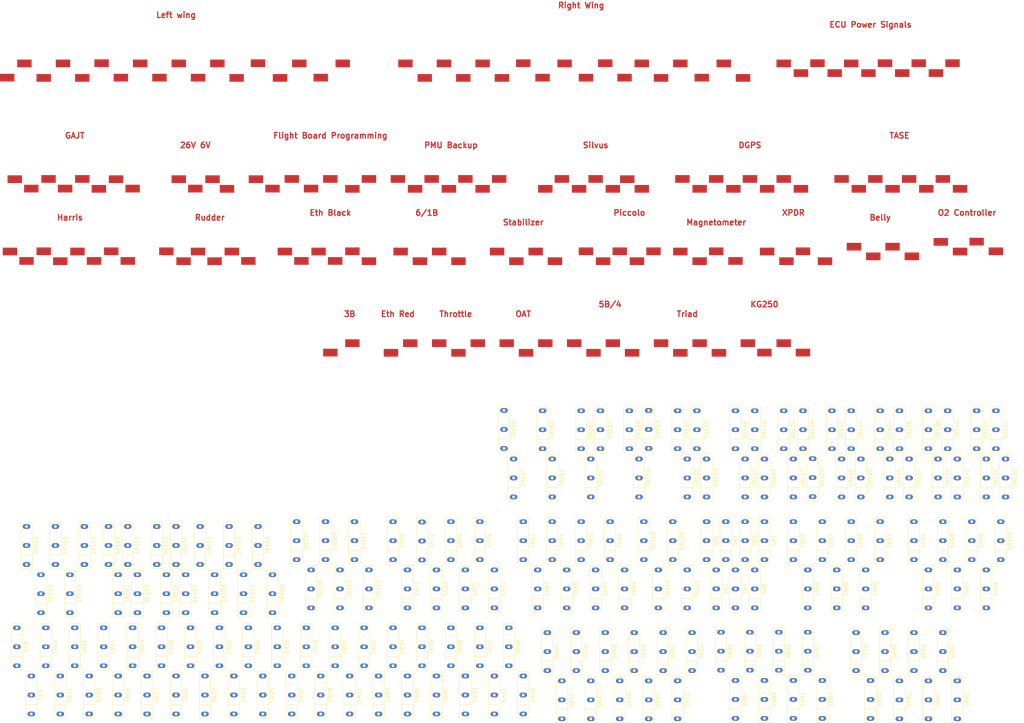
<source format=kicad_pcb>
(kicad_pcb (version 20171130) (host pcbnew "(5.1.0)-1")
  (layers (0 F.Cu signal) (1 In1.Cu signal) (2 In2.Cu signal) (31 B.Cu signal) (34 B.Paste user) (35 F.Paste user) (36 B.SilkS user) (37 F.SilkS user) (38 B.Mask user) (39 F.Mask user) (44 Edge.Cuts user))
  (net 0 "")
  (net 1 "Net-(SR1-Pad1)")
  (net 2 "Net-(SR2-Pad1)")
  (net 3 "Net-(SR3-Pad1)")
  (net 4 "Net-(SR4-Pad1)")
  (net 5 "Net-(SR5-Pad1)")
  (net 6 "Net-(SR6-Pad1)")
  (net 7 "Net-(SR7-Pad1)")
  (net 8 "Net-(SR8-Pad1)")
  (net 9 "Net-(SR9-Pad1)")
  (net 10 "Net-(SR10-Pad1)")
  (net 11 "Net-(SR11-Pad1)")
  (net 12 "Net-(SR12-Pad1)")
  (net 13 "Net-(SR13-Pad1)")
  (net 14 "Net-(SR14-Pad1)")
  (net 15 "Net-(SR15-Pad1)")
  (net 16 "Net-(SR16-Pad1)")
  (net 17 "Net-(SR17-Pad1)")
  (net 18 "Net-(SR18-Pad1)")
  (net 19 "Net-(SR19-Pad1)")
  (net 20 "Net-(SR20-Pad1)")
  (net 21 "Net-(SR21-Pad1)")
  (net 22 "Net-(SR22-Pad1)")
  (net 23 "Net-(SR23-Pad1)")
  (net 24 "Net-(SR24-Pad1)")
  (net 25 "Net-(SR25-Pad1)")
  (net 26 "Net-(SR26-Pad1)")
  (net 27 "Net-(SR27-Pad1)")
  (net 28 "Net-(SR28-Pad1)")
  (net 29 "Net-(SR29-Pad1)")
  (net 30 "Net-(SR30-Pad1)")
  (net 31 "Net-(SR31-Pad1)")
  (net 32 "Net-(SR32-Pad1)")
  (net 33 "Net-(SR33-Pad1)")
  (net 34 "Net-(SR34-Pad1)")
  (net 35 "Net-(SR35-Pad1)")
  (net 36 "Net-(SR36-Pad1)")
  (net 37 "Net-(SR37-Pad1)")
  (net 38 "Net-(SR38-Pad1)")
  (net 39 "Net-(SR39-Pad1)")
  (net 40 "Net-(SR40-Pad1)")
  (net 41 "Net-(SR41-Pad1)")
  (net 42 "Net-(SR42-Pad1)")
  (net 43 "Net-(SR43-Pad1)")
  (net 44 "Net-(SR44-Pad1)")
  (net 45 "Net-(SR45-Pad1)")
  (net 46 "Net-(SR46-Pad1)")
  (net 47 "Net-(SR47-Pad1)")
  (net 48 "Net-(SR48-Pad1)")
  (net 49 "Net-(SR49-Pad1)")
  (net 50 "Net-(SR50-Pad1)")
  (net 51 "Net-(SR51-Pad1)")
  (net 52 "Net-(SR52-Pad1)")
  (net 53 "Net-(SR53-Pad1)")
  (net 54 "Net-(SR54-Pad1)")
  (net 55 "Net-(SR55-Pad1)")
  (net 56 "Net-(SR56-Pad1)")
  (net 57 "Net-(SR57-Pad1)")
  (net 58 "Net-(SR58-Pad1)")
  (net 59 "Net-(SR59-Pad1)")
  (net 60 "Net-(SR60-Pad1)")
  (net 61 "Net-(SR61-Pad1)")
  (net 62 "Net-(SR62-Pad1)")
  (net 63 "Net-(SR63-Pad1)")
  (net 64 "Net-(SR64-Pad1)")
  (net 65 "Net-(SR65-Pad1)")
  (net 66 "Net-(SR66-Pad1)")
  (net 67 "Net-(SR67-Pad1)")
  (net 68 "Net-(SR68-Pad1)")
  (net 69 "Net-(SR69-Pad1)")
  (net 70 "Net-(SR70-Pad1)")
  (net 71 "Net-(SR71-Pad1)")
  (net 72 "Net-(SR72-Pad1)")
  (net 73 "Net-(SR73-Pad1)")
  (net 74 "Net-(SR74-Pad1)")
  (net 75 "Net-(SR75-Pad1)")
  (net 76 "Net-(SR76-Pad1)")
  (net 77 "Net-(SR77-Pad1)")
  (net 78 "Net-(SR78-Pad1)")
  (net 79 "Net-(SR79-Pad1)")
  (net 80 "Net-(SR80-Pad1)")
  (net 81 "Net-(SR81-Pad1)")
  (net 82 "Net-(SR82-Pad1)")
  (net 83 "Net-(SR83-Pad1)")
  (net 84 "Net-(SR84-Pad1)")
  (net 85 "Net-(SR85-Pad1)")
  (net 86 "Net-(SR86-Pad1)")
  (net 87 "Net-(SR87-Pad1)")
  (net 88 "Net-(SR88-Pad1)")
  (net 89 "Net-(SR89-Pad1)")
  (net 90 "Net-(SR90-Pad1)")
  (net 91 "Net-(SR91-Pad1)")
  (net 92 "Net-(SR92-Pad1)")
  (net 93 "Net-(SR93-Pad1)")
  (net 94 "Net-(SR94-Pad1)")
  (net 95 "Net-(SR95-Pad1)")
  (net 96 "Net-(SR96-Pad1)")
  (net 97 "Net-(SR97-Pad1)")
  (net 98 "Net-(SR98-Pad1)")
  (net 99 "Net-(SR99-Pad1)")
  (net 100 "Net-(SR100-Pad1)")
  (net 101 "Net-(SR101-Pad1)")
  (net 102 "Net-(SR102-Pad1)")
  (net 103 "Net-(SR103-Pad1)")
  (net 104 "Net-(SR104-Pad1)")
  (net 105 "Net-(SR105-Pad1)")
  (net 106 "Net-(SR106-Pad1)")
  (net 107 "Net-(SR107-Pad1)")
  (net 108 "Net-(SR108-Pad1)")
  (net 109 "Net-(SR109-Pad1)")
  (net 110 "Net-(SR110-Pad1)")
  (net 111 "Net-(SR111-Pad1)")
  (net 112 "Net-(SR112-Pad1)")
  (net 113 "Net-(SR113-Pad1)")
  (net 114 "Net-(SR114-Pad1)")
  (net 115 "Net-(SR115-Pad1)")
  (net 116 "Net-(SR116-Pad1)")
  (net 117 "Net-(SR117-Pad1)")
  (net 118 "Net-(SR118-Pad1)")
  (net 119 "Net-(SR119-Pad1)")
  (net 120 "Net-(SR120-Pad1)")
  (net 121 "Net-(SR121-Pad1)")
  (net 122 "Net-(SR122-Pad1)")
  (net 123 "Net-(SR123-Pad1)")
  (net 124 "Net-(SR124-Pad1)")
  (net 125 "Net-(SR125-Pad1)")
  (net 126 "Net-(SR126-Pad1)")
  (net 127 "Net-(SR127-Pad1)")
  (net 128 "Net-(SR128-Pad1)")
  (net 129 "Net-(SR129-Pad1)")
  (net 130 "Net-(SR130-Pad1)")
  (net 131 "Net-(SR131-Pad1)")
  (net 132 "Net-(SR132-Pad1)")
  (net 133 "Net-(SR133-Pad1)")
  (net 134 "Net-(SR134-Pad1)")
  (net 135 "Net-(SR135-Pad1)")
  (net 136 "Net-(SR136-Pad1)")
  (net 137 "Net-(SR137-Pad1)")
  (net 138 "Net-(SR138-Pad1)")
  (net 139 "Net-(SR139-Pad1)")
  (net 140 "Net-(SR140-Pad1)")
  (net 141 "Net-(SR141-Pad1)")
  (net 142 "Net-(SR142-Pad1)")
  (net 143 "Net-(SR143-Pad1)")
  (net 144 "Net-(SR144-Pad1)")
  (net 145 "Net-(SR145-Pad1)")
  (net 146 "Net-(SR146-Pad1)")
  (net 147 "Net-(SR147-Pad1)")
  (net 148 "Net-(SR148-Pad1)")
  (net 149 "Net-(SR149-Pad1)")
  (net 150 "Net-(SR150-Pad1)")
  (net 151 "Net-(SR151-Pad1)")
  (net 152 "Net-(SR152-Pad1)")
  (net 153 "Net-(SR153-Pad1)")
  (net 154 "Net-(SR154-Pad1)")
  (net 155 "Net-(SR155-Pad1)")
  (net 156 "Net-(SR156-Pad1)")
  (net 157 "Net-(SR157-Pad1)")
  (net 158 "Net-(SR158-Pad1)")
  (net 159 "Net-(SR159-Pad1)")
  (net 160 "Net-(SR160-Pad1)")
  (net 161 "Net-(SR161-Pad1)")
  (net 162 "Net-(SR162-Pad1)")
  (net 163 "Net-(SR163-Pad1)")
  (net 164 "Net-(SR164-Pad1)")
  (net 165 "Net-(SR165-Pad1)")
  (net 166 "Net-(SR166-Pad1)")
  (net 167 "Net-(SR167-Pad1)")
  (module AV_Breakout_Continuity:StrainRelief (layer F.Cu) (at 203.2 146.05)
    (fp_text reference SR1 (at 2.5 0 90) (layer F.SilkS))
    (fp_text value StrainRelief hide)
    (pad 3 thru_hole oval (at 0 5 90) (size 1.2 2) (drill 0.7) (layers *.Cu *.Mask))
    (pad 2 thru_hole oval (at 0 0 90) (size 1.2 2) (drill 0.7) (layers *.Cu *.Mask))
    (pad 1 thru_hole oval (at 0 -5 90) (size 1.2 2) (drill 0.7) (layers *.Cu *.Mask) (net 1 "Net-(SR1-Pad1)"))
  )
  (module AV_Breakout_Continuity:StrainRelief (layer F.Cu) (at 205.74 158.75)
    (fp_text reference SR2 (at 2.5 0 90) (layer F.SilkS))
    (fp_text value StrainRelief hide)
    (pad 1 thru_hole oval (at 0 -5 90) (size 1.2 2) (drill 0.7) (layers *.Cu *.Mask) (net 2 "Net-(SR2-Pad1)"))
    (pad 2 thru_hole oval (at 0 0 90) (size 1.2 2) (drill 0.7) (layers *.Cu *.Mask))
    (pad 3 thru_hole oval (at 0 5 90) (size 1.2 2) (drill 0.7) (layers *.Cu *.Mask))
  )
  (module AV_Breakout_Continuity:StrainRelief (layer F.Cu) (at 208.28 146.05)
    (fp_text reference SR3 (at 2.5 0 90) (layer F.SilkS))
    (fp_text value StrainRelief hide)
    (pad 3 thru_hole oval (at 0 5 90) (size 1.2 2) (drill 0.7) (layers *.Cu *.Mask))
    (pad 2 thru_hole oval (at 0 0 90) (size 1.2 2) (drill 0.7) (layers *.Cu *.Mask))
    (pad 1 thru_hole oval (at 0 -5 90) (size 1.2 2) (drill 0.7) (layers *.Cu *.Mask) (net 3 "Net-(SR3-Pad1)"))
  )
  (module AV_Breakout_Continuity:StrainRelief (layer F.Cu) (at 210.82 158.75)
    (fp_text reference SR4 (at 2.5 0 90) (layer F.SilkS))
    (fp_text value StrainRelief hide)
    (pad 1 thru_hole oval (at 0 -5 90) (size 1.2 2) (drill 0.7) (layers *.Cu *.Mask) (net 4 "Net-(SR4-Pad1)"))
    (pad 2 thru_hole oval (at 0 0 90) (size 1.2 2) (drill 0.7) (layers *.Cu *.Mask))
    (pad 3 thru_hole oval (at 0 5 90) (size 1.2 2) (drill 0.7) (layers *.Cu *.Mask))
  )
  (module AV_Breakout_Continuity:StrainRelief (layer F.Cu) (at 213.36 146.05)
    (fp_text reference SR5 (at 2.5 0 90) (layer F.SilkS))
    (fp_text value StrainRelief hide)
    (pad 3 thru_hole oval (at 0 5 90) (size 1.2 2) (drill 0.7) (layers *.Cu *.Mask))
    (pad 2 thru_hole oval (at 0 0 90) (size 1.2 2) (drill 0.7) (layers *.Cu *.Mask))
    (pad 1 thru_hole oval (at 0 -5 90) (size 1.2 2) (drill 0.7) (layers *.Cu *.Mask) (net 5 "Net-(SR5-Pad1)"))
  )
  (module AV_Breakout_Continuity:StrainRelief (layer F.Cu) (at 215.9 158.75)
    (fp_text reference SR6 (at 2.5 0 90) (layer F.SilkS))
    (fp_text value StrainRelief hide)
    (pad 1 thru_hole oval (at 0 -5 90) (size 1.2 2) (drill 0.7) (layers *.Cu *.Mask) (net 6 "Net-(SR6-Pad1)"))
    (pad 2 thru_hole oval (at 0 0 90) (size 1.2 2) (drill 0.7) (layers *.Cu *.Mask))
    (pad 3 thru_hole oval (at 0 5 90) (size 1.2 2) (drill 0.7) (layers *.Cu *.Mask))
  )
  (module AV_Breakout_Continuity:StrainRelief (layer F.Cu) (at 218.44 146.05)
    (fp_text reference SR7 (at 2.5 0 90) (layer F.SilkS))
    (fp_text value StrainRelief hide)
    (pad 3 thru_hole oval (at 0 5 90) (size 1.2 2) (drill 0.7) (layers *.Cu *.Mask))
    (pad 2 thru_hole oval (at 0 0 90) (size 1.2 2) (drill 0.7) (layers *.Cu *.Mask))
    (pad 1 thru_hole oval (at 0 -5 90) (size 1.2 2) (drill 0.7) (layers *.Cu *.Mask) (net 7 "Net-(SR7-Pad1)"))
  )
  (module AV_Breakout_Continuity:StrainRelief (layer F.Cu) (at 21.59 173.99)
    (fp_text reference SR8 (at 2.5 0 90) (layer F.SilkS))
    (fp_text value StrainRelief hide)
    (pad 1 thru_hole oval (at 0 -5 90) (size 1.2 2) (drill 0.7) (layers *.Cu *.Mask) (net 8 "Net-(SR8-Pad1)"))
    (pad 2 thru_hole oval (at 0 0 90) (size 1.2 2) (drill 0.7) (layers *.Cu *.Mask))
    (pad 3 thru_hole oval (at 0 5 90) (size 1.2 2) (drill 0.7) (layers *.Cu *.Mask))
  )
  (module AV_Breakout_Continuity:StrainRelief (layer F.Cu) (at 25.4 186.69)
    (fp_text reference SR9 (at 2.5 0 90) (layer F.SilkS))
    (fp_text value StrainRelief hide)
    (pad 3 thru_hole oval (at 0 5 90) (size 1.2 2) (drill 0.7) (layers *.Cu *.Mask))
    (pad 2 thru_hole oval (at 0 0 90) (size 1.2 2) (drill 0.7) (layers *.Cu *.Mask))
    (pad 1 thru_hole oval (at 0 -5 90) (size 1.2 2) (drill 0.7) (layers *.Cu *.Mask) (net 9 "Net-(SR9-Pad1)"))
  )
  (module AV_Breakout_Continuity:StrainRelief (layer F.Cu) (at 29.21 173.99)
    (fp_text reference SR10 (at 2.5 0 90) (layer F.SilkS))
    (fp_text value StrainRelief hide)
    (pad 1 thru_hole oval (at 0 -5 90) (size 1.2 2) (drill 0.7) (layers *.Cu *.Mask) (net 10 "Net-(SR10-Pad1)"))
    (pad 2 thru_hole oval (at 0 0 90) (size 1.2 2) (drill 0.7) (layers *.Cu *.Mask))
    (pad 3 thru_hole oval (at 0 5 90) (size 1.2 2) (drill 0.7) (layers *.Cu *.Mask))
  )
  (module AV_Breakout_Continuity:StrainRelief (layer F.Cu) (at 33.02 186.69)
    (fp_text reference SR11 (at 2.5 0 90) (layer F.SilkS))
    (fp_text value StrainRelief hide)
    (pad 3 thru_hole oval (at 0 5 90) (size 1.2 2) (drill 0.7) (layers *.Cu *.Mask))
    (pad 2 thru_hole oval (at 0 0 90) (size 1.2 2) (drill 0.7) (layers *.Cu *.Mask))
    (pad 1 thru_hole oval (at 0 -5 90) (size 1.2 2) (drill 0.7) (layers *.Cu *.Mask) (net 11 "Net-(SR11-Pad1)"))
  )
  (module AV_Breakout_Continuity:StrainRelief (layer F.Cu) (at 36.83 173.99)
    (fp_text reference SR12 (at 2.5 0 90) (layer F.SilkS))
    (fp_text value StrainRelief hide)
    (pad 1 thru_hole oval (at 0 -5 90) (size 1.2 2) (drill 0.7) (layers *.Cu *.Mask) (net 12 "Net-(SR12-Pad1)"))
    (pad 2 thru_hole oval (at 0 0 90) (size 1.2 2) (drill 0.7) (layers *.Cu *.Mask))
    (pad 3 thru_hole oval (at 0 5 90) (size 1.2 2) (drill 0.7) (layers *.Cu *.Mask))
  )
  (module AV_Breakout_Continuity:StrainRelief (layer F.Cu) (at 40.64 186.69)
    (fp_text reference SR13 (at 2.5 0 90) (layer F.SilkS))
    (fp_text value StrainRelief hide)
    (pad 3 thru_hole oval (at 0 5 90) (size 1.2 2) (drill 0.7) (layers *.Cu *.Mask))
    (pad 2 thru_hole oval (at 0 0 90) (size 1.2 2) (drill 0.7) (layers *.Cu *.Mask))
    (pad 1 thru_hole oval (at 0 -5 90) (size 1.2 2) (drill 0.7) (layers *.Cu *.Mask) (net 13 "Net-(SR13-Pad1)"))
  )
  (module AV_Breakout_Continuity:StrainRelief (layer F.Cu) (at 44.45 173.99)
    (fp_text reference SR14 (at 2.5 0 90) (layer F.SilkS))
    (fp_text value StrainRelief hide)
    (pad 1 thru_hole oval (at 0 -5 90) (size 1.2 2) (drill 0.7) (layers *.Cu *.Mask) (net 14 "Net-(SR14-Pad1)"))
    (pad 2 thru_hole oval (at 0 0 90) (size 1.2 2) (drill 0.7) (layers *.Cu *.Mask))
    (pad 3 thru_hole oval (at 0 5 90) (size 1.2 2) (drill 0.7) (layers *.Cu *.Mask))
  )
  (module AV_Breakout_Continuity:StrainRelief (layer F.Cu) (at 48.26 186.69)
    (fp_text reference SR15 (at 2.5 0 90) (layer F.SilkS))
    (fp_text value StrainRelief hide)
    (pad 3 thru_hole oval (at 0 5 90) (size 1.2 2) (drill 0.7) (layers *.Cu *.Mask))
    (pad 2 thru_hole oval (at 0 0 90) (size 1.2 2) (drill 0.7) (layers *.Cu *.Mask))
    (pad 1 thru_hole oval (at 0 -5 90) (size 1.2 2) (drill 0.7) (layers *.Cu *.Mask) (net 15 "Net-(SR15-Pad1)"))
  )
  (module AV_Breakout_Continuity:StrainRelief (layer F.Cu) (at 52.07 173.99)
    (fp_text reference SR16 (at 2.5 0 90) (layer F.SilkS))
    (fp_text value StrainRelief hide)
    (pad 1 thru_hole oval (at 0 -5 90) (size 1.2 2) (drill 0.7) (layers *.Cu *.Mask) (net 16 "Net-(SR16-Pad1)"))
    (pad 2 thru_hole oval (at 0 0 90) (size 1.2 2) (drill 0.7) (layers *.Cu *.Mask))
    (pad 3 thru_hole oval (at 0 5 90) (size 1.2 2) (drill 0.7) (layers *.Cu *.Mask))
  )
  (module AV_Breakout_Continuity:StrainRelief (layer F.Cu) (at 55.88 186.69)
    (fp_text reference SR17 (at 2.5 0 90) (layer F.SilkS))
    (fp_text value StrainRelief hide)
    (pad 3 thru_hole oval (at 0 5 90) (size 1.2 2) (drill 0.7) (layers *.Cu *.Mask))
    (pad 2 thru_hole oval (at 0 0 90) (size 1.2 2) (drill 0.7) (layers *.Cu *.Mask))
    (pad 1 thru_hole oval (at 0 -5 90) (size 1.2 2) (drill 0.7) (layers *.Cu *.Mask) (net 17 "Net-(SR17-Pad1)"))
  )
  (module AV_Breakout_Continuity:StrainRelief (layer F.Cu) (at 59.69 173.99)
    (fp_text reference SR18 (at 2.5 0 90) (layer F.SilkS))
    (fp_text value StrainRelief hide)
    (pad 1 thru_hole oval (at 0 -5 90) (size 1.2 2) (drill 0.7) (layers *.Cu *.Mask) (net 18 "Net-(SR18-Pad1)"))
    (pad 2 thru_hole oval (at 0 0 90) (size 1.2 2) (drill 0.7) (layers *.Cu *.Mask))
    (pad 3 thru_hole oval (at 0 5 90) (size 1.2 2) (drill 0.7) (layers *.Cu *.Mask))
  )
  (module AV_Breakout_Continuity:StrainRelief (layer F.Cu) (at 63.5 186.69)
    (fp_text reference SR19 (at 2.5 0 90) (layer F.SilkS))
    (fp_text value StrainRelief hide)
    (pad 3 thru_hole oval (at 0 5 90) (size 1.2 2) (drill 0.7) (layers *.Cu *.Mask))
    (pad 2 thru_hole oval (at 0 0 90) (size 1.2 2) (drill 0.7) (layers *.Cu *.Mask))
    (pad 1 thru_hole oval (at 0 -5 90) (size 1.2 2) (drill 0.7) (layers *.Cu *.Mask) (net 19 "Net-(SR19-Pad1)"))
  )
  (module AV_Breakout_Continuity:StrainRelief (layer F.Cu) (at 67.31 173.99)
    (fp_text reference SR20 (at 2.5 0 90) (layer F.SilkS))
    (fp_text value StrainRelief hide)
    (pad 1 thru_hole oval (at 0 -5 90) (size 1.2 2) (drill 0.7) (layers *.Cu *.Mask) (net 20 "Net-(SR20-Pad1)"))
    (pad 2 thru_hole oval (at 0 0 90) (size 1.2 2) (drill 0.7) (layers *.Cu *.Mask))
    (pad 3 thru_hole oval (at 0 5 90) (size 1.2 2) (drill 0.7) (layers *.Cu *.Mask))
  )
  (module AV_Breakout_Continuity:StrainRelief (layer F.Cu) (at 71.12 186.69)
    (fp_text reference SR21 (at 2.5 0 90) (layer F.SilkS))
    (fp_text value StrainRelief hide)
    (pad 3 thru_hole oval (at 0 5 90) (size 1.2 2) (drill 0.7) (layers *.Cu *.Mask))
    (pad 2 thru_hole oval (at 0 0 90) (size 1.2 2) (drill 0.7) (layers *.Cu *.Mask))
    (pad 1 thru_hole oval (at 0 -5 90) (size 1.2 2) (drill 0.7) (layers *.Cu *.Mask) (net 21 "Net-(SR21-Pad1)"))
  )
  (module AV_Breakout_Continuity:StrainRelief (layer F.Cu) (at 74.93 173.99)
    (fp_text reference SR22 (at 2.5 0 90) (layer F.SilkS))
    (fp_text value StrainRelief hide)
    (pad 1 thru_hole oval (at 0 -5 90) (size 1.2 2) (drill 0.7) (layers *.Cu *.Mask) (net 22 "Net-(SR22-Pad1)"))
    (pad 2 thru_hole oval (at 0 0 90) (size 1.2 2) (drill 0.7) (layers *.Cu *.Mask))
    (pad 3 thru_hole oval (at 0 5 90) (size 1.2 2) (drill 0.7) (layers *.Cu *.Mask))
  )
  (module AV_Breakout_Continuity:StrainRelief (layer F.Cu) (at 78.74 186.69)
    (fp_text reference SR23 (at 2.5 0 90) (layer F.SilkS))
    (fp_text value StrainRelief hide)
    (pad 3 thru_hole oval (at 0 5 90) (size 1.2 2) (drill 0.7) (layers *.Cu *.Mask))
    (pad 2 thru_hole oval (at 0 0 90) (size 1.2 2) (drill 0.7) (layers *.Cu *.Mask))
    (pad 1 thru_hole oval (at 0 -5 90) (size 1.2 2) (drill 0.7) (layers *.Cu *.Mask) (net 23 "Net-(SR23-Pad1)"))
  )
  (module AV_Breakout_Continuity:StrainRelief (layer F.Cu) (at 82.55 173.99)
    (fp_text reference SR24 (at 2.5 0 90) (layer F.SilkS))
    (fp_text value StrainRelief hide)
    (pad 1 thru_hole oval (at 0 -5 90) (size 1.2 2) (drill 0.7) (layers *.Cu *.Mask) (net 24 "Net-(SR24-Pad1)"))
    (pad 2 thru_hole oval (at 0 0 90) (size 1.2 2) (drill 0.7) (layers *.Cu *.Mask))
    (pad 3 thru_hole oval (at 0 5 90) (size 1.2 2) (drill 0.7) (layers *.Cu *.Mask))
  )
  (module AV_Breakout_Continuity:StrainRelief (layer F.Cu) (at 86.36 186.69)
    (fp_text reference SR25 (at 2.5 0 90) (layer F.SilkS))
    (fp_text value StrainRelief hide)
    (pad 3 thru_hole oval (at 0 5 90) (size 1.2 2) (drill 0.7) (layers *.Cu *.Mask))
    (pad 2 thru_hole oval (at 0 0 90) (size 1.2 2) (drill 0.7) (layers *.Cu *.Mask))
    (pad 1 thru_hole oval (at 0 -5 90) (size 1.2 2) (drill 0.7) (layers *.Cu *.Mask) (net 25 "Net-(SR25-Pad1)"))
  )
  (module AV_Breakout_Continuity:StrainRelief (layer F.Cu) (at 90.17 173.99)
    (fp_text reference SR26 (at 2.5 0 90) (layer F.SilkS))
    (fp_text value StrainRelief hide)
    (pad 1 thru_hole oval (at 0 -5 90) (size 1.2 2) (drill 0.7) (layers *.Cu *.Mask) (net 26 "Net-(SR26-Pad1)"))
    (pad 2 thru_hole oval (at 0 0 90) (size 1.2 2) (drill 0.7) (layers *.Cu *.Mask))
    (pad 3 thru_hole oval (at 0 5 90) (size 1.2 2) (drill 0.7) (layers *.Cu *.Mask))
  )
  (module AV_Breakout_Continuity:StrainRelief (layer F.Cu) (at 93.98 186.69)
    (fp_text reference SR27 (at 2.5 0 90) (layer F.SilkS))
    (fp_text value StrainRelief hide)
    (pad 3 thru_hole oval (at 0 5 90) (size 1.2 2) (drill 0.7) (layers *.Cu *.Mask))
    (pad 2 thru_hole oval (at 0 0 90) (size 1.2 2) (drill 0.7) (layers *.Cu *.Mask))
    (pad 1 thru_hole oval (at 0 -5 90) (size 1.2 2) (drill 0.7) (layers *.Cu *.Mask) (net 27 "Net-(SR27-Pad1)"))
  )
  (module AV_Breakout_Continuity:StrainRelief (layer F.Cu) (at 97.79 173.99)
    (fp_text reference SR28 (at 2.5 0 90) (layer F.SilkS))
    (fp_text value StrainRelief hide)
    (pad 1 thru_hole oval (at 0 -5 90) (size 1.2 2) (drill 0.7) (layers *.Cu *.Mask) (net 28 "Net-(SR28-Pad1)"))
    (pad 2 thru_hole oval (at 0 0 90) (size 1.2 2) (drill 0.7) (layers *.Cu *.Mask))
    (pad 3 thru_hole oval (at 0 5 90) (size 1.2 2) (drill 0.7) (layers *.Cu *.Mask))
  )
  (module AV_Breakout_Continuity:StrainRelief (layer F.Cu) (at 101.6 186.69)
    (fp_text reference SR29 (at 2.5 0 90) (layer F.SilkS))
    (fp_text value StrainRelief hide)
    (pad 3 thru_hole oval (at 0 5 90) (size 1.2 2) (drill 0.7) (layers *.Cu *.Mask))
    (pad 2 thru_hole oval (at 0 0 90) (size 1.2 2) (drill 0.7) (layers *.Cu *.Mask))
    (pad 1 thru_hole oval (at 0 -5 90) (size 1.2 2) (drill 0.7) (layers *.Cu *.Mask) (net 29 "Net-(SR29-Pad1)"))
  )
  (module AV_Breakout_Continuity:StrainRelief (layer F.Cu) (at 105.41 173.99)
    (fp_text reference SR30 (at 2.5 0 90) (layer F.SilkS))
    (fp_text value StrainRelief hide)
    (pad 1 thru_hole oval (at 0 -5 90) (size 1.2 2) (drill 0.7) (layers *.Cu *.Mask) (net 30 "Net-(SR30-Pad1)"))
    (pad 2 thru_hole oval (at 0 0 90) (size 1.2 2) (drill 0.7) (layers *.Cu *.Mask))
    (pad 3 thru_hole oval (at 0 5 90) (size 1.2 2) (drill 0.7) (layers *.Cu *.Mask))
  )
  (module AV_Breakout_Continuity:StrainRelief (layer F.Cu) (at 109.22 186.69)
    (fp_text reference SR31 (at 2.5 0 90) (layer F.SilkS))
    (fp_text value StrainRelief hide)
    (pad 3 thru_hole oval (at 0 5 90) (size 1.2 2) (drill 0.7) (layers *.Cu *.Mask))
    (pad 2 thru_hole oval (at 0 0 90) (size 1.2 2) (drill 0.7) (layers *.Cu *.Mask))
    (pad 1 thru_hole oval (at 0 -5 90) (size 1.2 2) (drill 0.7) (layers *.Cu *.Mask) (net 31 "Net-(SR31-Pad1)"))
  )
  (module AV_Breakout_Continuity:StrainRelief (layer F.Cu) (at 113.03 173.99)
    (fp_text reference SR32 (at 2.5 0 90) (layer F.SilkS))
    (fp_text value StrainRelief hide)
    (pad 1 thru_hole oval (at 0 -5 90) (size 1.2 2) (drill 0.7) (layers *.Cu *.Mask) (net 32 "Net-(SR32-Pad1)"))
    (pad 2 thru_hole oval (at 0 0 90) (size 1.2 2) (drill 0.7) (layers *.Cu *.Mask))
    (pad 3 thru_hole oval (at 0 5 90) (size 1.2 2) (drill 0.7) (layers *.Cu *.Mask))
  )
  (module AV_Breakout_Continuity:StrainRelief (layer F.Cu) (at 116.84 186.69)
    (fp_text reference SR33 (at 2.5 0 90) (layer F.SilkS))
    (fp_text value StrainRelief hide)
    (pad 3 thru_hole oval (at 0 5 90) (size 1.2 2) (drill 0.7) (layers *.Cu *.Mask))
    (pad 2 thru_hole oval (at 0 0 90) (size 1.2 2) (drill 0.7) (layers *.Cu *.Mask))
    (pad 1 thru_hole oval (at 0 -5 90) (size 1.2 2) (drill 0.7) (layers *.Cu *.Mask) (net 33 "Net-(SR33-Pad1)"))
  )
  (module AV_Breakout_Continuity:StrainRelief (layer F.Cu) (at 120.65 173.99)
    (fp_text reference SR34 (at 2.5 0 90) (layer F.SilkS))
    (fp_text value StrainRelief hide)
    (pad 1 thru_hole oval (at 0 -5 90) (size 1.2 2) (drill 0.7) (layers *.Cu *.Mask) (net 34 "Net-(SR34-Pad1)"))
    (pad 2 thru_hole oval (at 0 0 90) (size 1.2 2) (drill 0.7) (layers *.Cu *.Mask))
    (pad 3 thru_hole oval (at 0 5 90) (size 1.2 2) (drill 0.7) (layers *.Cu *.Mask))
  )
  (module AV_Breakout_Continuity:StrainRelief (layer F.Cu) (at 124.46 186.69)
    (fp_text reference SR35 (at 2.5 0 90) (layer F.SilkS))
    (fp_text value StrainRelief hide)
    (pad 3 thru_hole oval (at 0 5 90) (size 1.2 2) (drill 0.7) (layers *.Cu *.Mask))
    (pad 2 thru_hole oval (at 0 0 90) (size 1.2 2) (drill 0.7) (layers *.Cu *.Mask))
    (pad 1 thru_hole oval (at 0 -5 90) (size 1.2 2) (drill 0.7) (layers *.Cu *.Mask) (net 35 "Net-(SR35-Pad1)"))
  )
  (module AV_Breakout_Continuity:StrainRelief (layer F.Cu) (at 128.27 173.99)
    (fp_text reference SR36 (at 2.5 0 90) (layer F.SilkS))
    (fp_text value StrainRelief hide)
    (pad 1 thru_hole oval (at 0 -5 90) (size 1.2 2) (drill 0.7) (layers *.Cu *.Mask) (net 36 "Net-(SR36-Pad1)"))
    (pad 2 thru_hole oval (at 0 0 90) (size 1.2 2) (drill 0.7) (layers *.Cu *.Mask))
    (pad 3 thru_hole oval (at 0 5 90) (size 1.2 2) (drill 0.7) (layers *.Cu *.Mask))
  )
  (module AV_Breakout_Continuity:StrainRelief (layer F.Cu) (at 132.08 186.69)
    (fp_text reference SR37 (at 2.5 0 90) (layer F.SilkS))
    (fp_text value StrainRelief hide)
    (pad 3 thru_hole oval (at 0 5 90) (size 1.2 2) (drill 0.7) (layers *.Cu *.Mask))
    (pad 2 thru_hole oval (at 0 0 90) (size 1.2 2) (drill 0.7) (layers *.Cu *.Mask))
    (pad 1 thru_hole oval (at 0 -5 90) (size 1.2 2) (drill 0.7) (layers *.Cu *.Mask) (net 37 "Net-(SR37-Pad1)"))
  )
  (module AV_Breakout_Continuity:StrainRelief (layer F.Cu) (at 135.89 173.99)
    (fp_text reference SR38 (at 2.5 0 90) (layer F.SilkS))
    (fp_text value StrainRelief hide)
    (pad 1 thru_hole oval (at 0 -5 90) (size 1.2 2) (drill 0.7) (layers *.Cu *.Mask) (net 38 "Net-(SR38-Pad1)"))
    (pad 2 thru_hole oval (at 0 0 90) (size 1.2 2) (drill 0.7) (layers *.Cu *.Mask))
    (pad 3 thru_hole oval (at 0 5 90) (size 1.2 2) (drill 0.7) (layers *.Cu *.Mask))
  )
  (module AV_Breakout_Continuity:StrainRelief (layer F.Cu) (at 139.7 186.69)
    (fp_text reference SR39 (at 2.5 0 90) (layer F.SilkS))
    (fp_text value StrainRelief hide)
    (pad 3 thru_hole oval (at 0 5 90) (size 1.2 2) (drill 0.7) (layers *.Cu *.Mask))
    (pad 2 thru_hole oval (at 0 0 90) (size 1.2 2) (drill 0.7) (layers *.Cu *.Mask))
    (pad 1 thru_hole oval (at 0 -5 90) (size 1.2 2) (drill 0.7) (layers *.Cu *.Mask) (net 39 "Net-(SR39-Pad1)"))
  )
  (module AV_Breakout_Continuity:StrainRelief (layer F.Cu) (at 143.51 173.99)
    (fp_text reference SR40 (at 2.5 0 90) (layer F.SilkS))
    (fp_text value StrainRelief hide)
    (pad 1 thru_hole oval (at 0 -5 90) (size 1.2 2) (drill 0.7) (layers *.Cu *.Mask) (net 40 "Net-(SR40-Pad1)"))
    (pad 2 thru_hole oval (at 0 0 90) (size 1.2 2) (drill 0.7) (layers *.Cu *.Mask))
    (pad 3 thru_hole oval (at 0 5 90) (size 1.2 2) (drill 0.7) (layers *.Cu *.Mask))
  )
  (module AV_Breakout_Continuity:StrainRelief (layer F.Cu) (at 147.32 186.69)
    (fp_text reference SR41 (at 2.5 0 90) (layer F.SilkS))
    (fp_text value StrainRelief hide)
    (pad 3 thru_hole oval (at 0 5 90) (size 1.2 2) (drill 0.7) (layers *.Cu *.Mask))
    (pad 2 thru_hole oval (at 0 0 90) (size 1.2 2) (drill 0.7) (layers *.Cu *.Mask))
    (pad 1 thru_hole oval (at 0 -5 90) (size 1.2 2) (drill 0.7) (layers *.Cu *.Mask) (net 41 "Net-(SR41-Pad1)"))
  )
  (module AV_Breakout_Continuity:StrainRelief (layer F.Cu) (at 151.13 173.99)
    (fp_text reference SR42 (at 2.5 0 90) (layer F.SilkS))
    (fp_text value StrainRelief hide)
    (pad 1 thru_hole oval (at 0 -5 90) (size 1.2 2) (drill 0.7) (layers *.Cu *.Mask) (net 42 "Net-(SR42-Pad1)"))
    (pad 2 thru_hole oval (at 0 0 90) (size 1.2 2) (drill 0.7) (layers *.Cu *.Mask))
    (pad 3 thru_hole oval (at 0 5 90) (size 1.2 2) (drill 0.7) (layers *.Cu *.Mask))
  )
  (module AV_Breakout_Continuity:StrainRelief (layer F.Cu) (at 154.94 186.69)
    (fp_text reference SR43 (at 2.5 0 90) (layer F.SilkS))
    (fp_text value StrainRelief hide)
    (pad 3 thru_hole oval (at 0 5 90) (size 1.2 2) (drill 0.7) (layers *.Cu *.Mask))
    (pad 2 thru_hole oval (at 0 0 90) (size 1.2 2) (drill 0.7) (layers *.Cu *.Mask))
    (pad 1 thru_hole oval (at 0 -5 90) (size 1.2 2) (drill 0.7) (layers *.Cu *.Mask) (net 43 "Net-(SR43-Pad1)"))
  )
  (module AV_Breakout_Continuity:StrainRelief (layer F.Cu) (at 161.29 175.26)
    (fp_text reference SR44 (at 2.5 0 90) (layer F.SilkS))
    (fp_text value StrainRelief hide)
    (pad 1 thru_hole oval (at 0 -5 90) (size 1.2 2) (drill 0.7) (layers *.Cu *.Mask) (net 44 "Net-(SR44-Pad1)"))
    (pad 2 thru_hole oval (at 0 0 90) (size 1.2 2) (drill 0.7) (layers *.Cu *.Mask))
    (pad 3 thru_hole oval (at 0 5 90) (size 1.2 2) (drill 0.7) (layers *.Cu *.Mask))
  )
  (module AV_Breakout_Continuity:StrainRelief (layer F.Cu) (at 165.1 187.96)
    (fp_text reference SR45 (at 2.5 0 90) (layer F.SilkS))
    (fp_text value StrainRelief hide)
    (pad 3 thru_hole oval (at 0 5 90) (size 1.2 2) (drill 0.7) (layers *.Cu *.Mask))
    (pad 2 thru_hole oval (at 0 0 90) (size 1.2 2) (drill 0.7) (layers *.Cu *.Mask))
    (pad 1 thru_hole oval (at 0 -5 90) (size 1.2 2) (drill 0.7) (layers *.Cu *.Mask) (net 45 "Net-(SR45-Pad1)"))
  )
  (module AV_Breakout_Continuity:StrainRelief (layer F.Cu) (at 168.91 175.26)
    (fp_text reference SR46 (at 2.5 0 90) (layer F.SilkS))
    (fp_text value StrainRelief hide)
    (pad 1 thru_hole oval (at 0 -5 90) (size 1.2 2) (drill 0.7) (layers *.Cu *.Mask) (net 46 "Net-(SR46-Pad1)"))
    (pad 2 thru_hole oval (at 0 0 90) (size 1.2 2) (drill 0.7) (layers *.Cu *.Mask))
    (pad 3 thru_hole oval (at 0 5 90) (size 1.2 2) (drill 0.7) (layers *.Cu *.Mask))
  )
  (module AV_Breakout_Continuity:StrainRelief (layer F.Cu) (at 172.72 187.96)
    (fp_text reference SR47 (at 2.5 0 90) (layer F.SilkS))
    (fp_text value StrainRelief hide)
    (pad 3 thru_hole oval (at 0 5 90) (size 1.2 2) (drill 0.7) (layers *.Cu *.Mask))
    (pad 2 thru_hole oval (at 0 0 90) (size 1.2 2) (drill 0.7) (layers *.Cu *.Mask))
    (pad 1 thru_hole oval (at 0 -5 90) (size 1.2 2) (drill 0.7) (layers *.Cu *.Mask) (net 47 "Net-(SR47-Pad1)"))
  )
  (module AV_Breakout_Continuity:StrainRelief (layer F.Cu) (at 176.53 175.26)
    (fp_text reference SR48 (at 2.5 0 90) (layer F.SilkS))
    (fp_text value StrainRelief hide)
    (pad 1 thru_hole oval (at 0 -5 90) (size 1.2 2) (drill 0.7) (layers *.Cu *.Mask) (net 48 "Net-(SR48-Pad1)"))
    (pad 2 thru_hole oval (at 0 0 90) (size 1.2 2) (drill 0.7) (layers *.Cu *.Mask))
    (pad 3 thru_hole oval (at 0 5 90) (size 1.2 2) (drill 0.7) (layers *.Cu *.Mask))
  )
  (module AV_Breakout_Continuity:StrainRelief (layer F.Cu) (at 180.34 187.96)
    (fp_text reference SR49 (at 2.5 0 90) (layer F.SilkS))
    (fp_text value StrainRelief hide)
    (pad 3 thru_hole oval (at 0 5 90) (size 1.2 2) (drill 0.7) (layers *.Cu *.Mask))
    (pad 2 thru_hole oval (at 0 0 90) (size 1.2 2) (drill 0.7) (layers *.Cu *.Mask))
    (pad 1 thru_hole oval (at 0 -5 90) (size 1.2 2) (drill 0.7) (layers *.Cu *.Mask) (net 49 "Net-(SR49-Pad1)"))
  )
  (module AV_Breakout_Continuity:StrainRelief (layer F.Cu) (at 184.15 175.26)
    (fp_text reference SR50 (at 2.5 0 90) (layer F.SilkS))
    (fp_text value StrainRelief hide)
    (pad 1 thru_hole oval (at 0 -5 90) (size 1.2 2) (drill 0.7) (layers *.Cu *.Mask) (net 50 "Net-(SR50-Pad1)"))
    (pad 2 thru_hole oval (at 0 0 90) (size 1.2 2) (drill 0.7) (layers *.Cu *.Mask))
    (pad 3 thru_hole oval (at 0 5 90) (size 1.2 2) (drill 0.7) (layers *.Cu *.Mask))
  )
  (module AV_Breakout_Continuity:StrainRelief (layer F.Cu) (at 187.96 187.96)
    (fp_text reference SR51 (at 2.5 0 90) (layer F.SilkS))
    (fp_text value StrainRelief hide)
    (pad 3 thru_hole oval (at 0 5 90) (size 1.2 2) (drill 0.7) (layers *.Cu *.Mask))
    (pad 2 thru_hole oval (at 0 0 90) (size 1.2 2) (drill 0.7) (layers *.Cu *.Mask))
    (pad 1 thru_hole oval (at 0 -5 90) (size 1.2 2) (drill 0.7) (layers *.Cu *.Mask) (net 51 "Net-(SR51-Pad1)"))
  )
  (module AV_Breakout_Continuity:StrainRelief (layer F.Cu) (at 191.77 175.26)
    (fp_text reference SR52 (at 2.5 0 90) (layer F.SilkS))
    (fp_text value StrainRelief hide)
    (pad 1 thru_hole oval (at 0 -5 90) (size 1.2 2) (drill 0.7) (layers *.Cu *.Mask) (net 52 "Net-(SR52-Pad1)"))
    (pad 2 thru_hole oval (at 0 0 90) (size 1.2 2) (drill 0.7) (layers *.Cu *.Mask))
    (pad 3 thru_hole oval (at 0 5 90) (size 1.2 2) (drill 0.7) (layers *.Cu *.Mask))
  )
  (module AV_Breakout_Continuity:StrainRelief (layer F.Cu) (at 195.58 187.96)
    (fp_text reference SR53 (at 2.5 0 90) (layer F.SilkS))
    (fp_text value StrainRelief hide)
    (pad 3 thru_hole oval (at 0 5 90) (size 1.2 2) (drill 0.7) (layers *.Cu *.Mask))
    (pad 2 thru_hole oval (at 0 0 90) (size 1.2 2) (drill 0.7) (layers *.Cu *.Mask))
    (pad 1 thru_hole oval (at 0 -5 90) (size 1.2 2) (drill 0.7) (layers *.Cu *.Mask) (net 53 "Net-(SR53-Pad1)"))
  )
  (module AV_Breakout_Continuity:StrainRelief (layer F.Cu) (at 199.39 175.26)
    (fp_text reference SR54 (at 2.5 0 90) (layer F.SilkS))
    (fp_text value StrainRelief hide)
    (pad 1 thru_hole oval (at 0 -5 90) (size 1.2 2) (drill 0.7) (layers *.Cu *.Mask) (net 54 "Net-(SR54-Pad1)"))
    (pad 2 thru_hole oval (at 0 0 90) (size 1.2 2) (drill 0.7) (layers *.Cu *.Mask))
    (pad 3 thru_hole oval (at 0 5 90) (size 1.2 2) (drill 0.7) (layers *.Cu *.Mask))
  )
  (module AV_Breakout_Continuity:StrainRelief (layer F.Cu) (at 226.06 146.05)
    (fp_text reference SR55 (at 2.5 0 90) (layer F.SilkS))
    (fp_text value StrainRelief hide)
    (pad 3 thru_hole oval (at 0 5 90) (size 1.2 2) (drill 0.7) (layers *.Cu *.Mask))
    (pad 2 thru_hole oval (at 0 0 90) (size 1.2 2) (drill 0.7) (layers *.Cu *.Mask))
    (pad 1 thru_hole oval (at 0 -5 90) (size 1.2 2) (drill 0.7) (layers *.Cu *.Mask) (net 55 "Net-(SR55-Pad1)"))
  )
  (module AV_Breakout_Continuity:StrainRelief (layer F.Cu) (at 229.87 158.75)
    (fp_text reference SR56 (at 2.5 0 90) (layer F.SilkS))
    (fp_text value StrainRelief hide)
    (pad 1 thru_hole oval (at 0 -5 90) (size 1.2 2) (drill 0.7) (layers *.Cu *.Mask) (net 56 "Net-(SR56-Pad1)"))
    (pad 2 thru_hole oval (at 0 0 90) (size 1.2 2) (drill 0.7) (layers *.Cu *.Mask))
    (pad 3 thru_hole oval (at 0 5 90) (size 1.2 2) (drill 0.7) (layers *.Cu *.Mask))
  )
  (module AV_Breakout_Continuity:StrainRelief (layer F.Cu) (at 233.68 146.05)
    (fp_text reference SR57 (at 2.5 0 90) (layer F.SilkS))
    (fp_text value StrainRelief hide)
    (pad 3 thru_hole oval (at 0 5 90) (size 1.2 2) (drill 0.7) (layers *.Cu *.Mask))
    (pad 2 thru_hole oval (at 0 0 90) (size 1.2 2) (drill 0.7) (layers *.Cu *.Mask))
    (pad 1 thru_hole oval (at 0 -5 90) (size 1.2 2) (drill 0.7) (layers *.Cu *.Mask) (net 57 "Net-(SR57-Pad1)"))
  )
  (module AV_Breakout_Continuity:StrainRelief (layer F.Cu) (at 237.49 158.75)
    (fp_text reference SR58 (at 2.5 0 90) (layer F.SilkS))
    (fp_text value StrainRelief hide)
    (pad 1 thru_hole oval (at 0 -5 90) (size 1.2 2) (drill 0.7) (layers *.Cu *.Mask) (net 58 "Net-(SR58-Pad1)"))
    (pad 2 thru_hole oval (at 0 0 90) (size 1.2 2) (drill 0.7) (layers *.Cu *.Mask))
    (pad 3 thru_hole oval (at 0 5 90) (size 1.2 2) (drill 0.7) (layers *.Cu *.Mask))
  )
  (module AV_Breakout_Continuity:StrainRelief (layer F.Cu) (at 241.3 146.05)
    (fp_text reference SR59 (at 2.5 0 90) (layer F.SilkS))
    (fp_text value StrainRelief hide)
    (pad 3 thru_hole oval (at 0 5 90) (size 1.2 2) (drill 0.7) (layers *.Cu *.Mask))
    (pad 2 thru_hole oval (at 0 0 90) (size 1.2 2) (drill 0.7) (layers *.Cu *.Mask))
    (pad 1 thru_hole oval (at 0 -5 90) (size 1.2 2) (drill 0.7) (layers *.Cu *.Mask) (net 59 "Net-(SR59-Pad1)"))
  )
  (module AV_Breakout_Continuity:StrainRelief (layer F.Cu) (at 245.11 158.75)
    (fp_text reference SR60 (at 2.5 0 90) (layer F.SilkS))
    (fp_text value StrainRelief hide)
    (pad 1 thru_hole oval (at 0 -5 90) (size 1.2 2) (drill 0.7) (layers *.Cu *.Mask) (net 60 "Net-(SR60-Pad1)"))
    (pad 2 thru_hole oval (at 0 0 90) (size 1.2 2) (drill 0.7) (layers *.Cu *.Mask))
    (pad 3 thru_hole oval (at 0 5 90) (size 1.2 2) (drill 0.7) (layers *.Cu *.Mask))
  )
  (module AV_Breakout_Continuity:StrainRelief (layer F.Cu) (at 248.92 146.05)
    (fp_text reference SR61 (at 2.5 0 90) (layer F.SilkS))
    (fp_text value StrainRelief hide)
    (pad 3 thru_hole oval (at 0 5 90) (size 1.2 2) (drill 0.7) (layers *.Cu *.Mask))
    (pad 2 thru_hole oval (at 0 0 90) (size 1.2 2) (drill 0.7) (layers *.Cu *.Mask))
    (pad 1 thru_hole oval (at 0 -5 90) (size 1.2 2) (drill 0.7) (layers *.Cu *.Mask) (net 61 "Net-(SR61-Pad1)"))
  )
  (module AV_Breakout_Continuity:StrainRelief (layer F.Cu) (at 154.94 146.05)
    (fp_text reference SR62 (at 2.5 0 90) (layer F.SilkS))
    (fp_text value StrainRelief hide)
    (pad 1 thru_hole oval (at 0 -5 90) (size 1.2 2) (drill 0.7) (layers *.Cu *.Mask) (net 62 "Net-(SR62-Pad1)"))
    (pad 2 thru_hole oval (at 0 0 90) (size 1.2 2) (drill 0.7) (layers *.Cu *.Mask))
    (pad 3 thru_hole oval (at 0 5 90) (size 1.2 2) (drill 0.7) (layers *.Cu *.Mask))
  )
  (module AV_Breakout_Continuity:StrainRelief (layer F.Cu) (at 158.75 158.75)
    (fp_text reference SR63 (at 2.5 0 90) (layer F.SilkS))
    (fp_text value StrainRelief hide)
    (pad 3 thru_hole oval (at 0 5 90) (size 1.2 2) (drill 0.7) (layers *.Cu *.Mask))
    (pad 2 thru_hole oval (at 0 0 90) (size 1.2 2) (drill 0.7) (layers *.Cu *.Mask))
    (pad 1 thru_hole oval (at 0 -5 90) (size 1.2 2) (drill 0.7) (layers *.Cu *.Mask) (net 63 "Net-(SR63-Pad1)"))
  )
  (module AV_Breakout_Continuity:StrainRelief (layer F.Cu) (at 162.56 146.05)
    (fp_text reference SR64 (at 2.5 0 90) (layer F.SilkS))
    (fp_text value StrainRelief hide)
    (pad 1 thru_hole oval (at 0 -5 90) (size 1.2 2) (drill 0.7) (layers *.Cu *.Mask) (net 64 "Net-(SR64-Pad1)"))
    (pad 2 thru_hole oval (at 0 0 90) (size 1.2 2) (drill 0.7) (layers *.Cu *.Mask))
    (pad 3 thru_hole oval (at 0 5 90) (size 1.2 2) (drill 0.7) (layers *.Cu *.Mask))
  )
  (module AV_Breakout_Continuity:StrainRelief (layer F.Cu) (at 166.37 158.75)
    (fp_text reference SR65 (at 2.5 0 90) (layer F.SilkS))
    (fp_text value StrainRelief hide)
    (pad 3 thru_hole oval (at 0 5 90) (size 1.2 2) (drill 0.7) (layers *.Cu *.Mask))
    (pad 2 thru_hole oval (at 0 0 90) (size 1.2 2) (drill 0.7) (layers *.Cu *.Mask))
    (pad 1 thru_hole oval (at 0 -5 90) (size 1.2 2) (drill 0.7) (layers *.Cu *.Mask) (net 65 "Net-(SR65-Pad1)"))
  )
  (module AV_Breakout_Continuity:StrainRelief (layer F.Cu) (at 170.18 146.05)
    (fp_text reference SR66 (at 2.5 0 90) (layer F.SilkS))
    (fp_text value StrainRelief hide)
    (pad 1 thru_hole oval (at 0 -5 90) (size 1.2 2) (drill 0.7) (layers *.Cu *.Mask) (net 66 "Net-(SR66-Pad1)"))
    (pad 2 thru_hole oval (at 0 0 90) (size 1.2 2) (drill 0.7) (layers *.Cu *.Mask))
    (pad 3 thru_hole oval (at 0 5 90) (size 1.2 2) (drill 0.7) (layers *.Cu *.Mask))
  )
  (module AV_Breakout_Continuity:StrainRelief (layer F.Cu) (at 173.99 158.75)
    (fp_text reference SR67 (at 2.5 0 90) (layer F.SilkS))
    (fp_text value StrainRelief hide)
    (pad 3 thru_hole oval (at 0 5 90) (size 1.2 2) (drill 0.7) (layers *.Cu *.Mask))
    (pad 2 thru_hole oval (at 0 0 90) (size 1.2 2) (drill 0.7) (layers *.Cu *.Mask))
    (pad 1 thru_hole oval (at 0 -5 90) (size 1.2 2) (drill 0.7) (layers *.Cu *.Mask) (net 67 "Net-(SR67-Pad1)"))
  )
  (module AV_Breakout_Continuity:StrainRelief (layer F.Cu) (at 177.8 146.05)
    (fp_text reference SR68 (at 2.5 0 90) (layer F.SilkS))
    (fp_text value StrainRelief hide)
    (pad 1 thru_hole oval (at 0 -5 90) (size 1.2 2) (drill 0.7) (layers *.Cu *.Mask) (net 68 "Net-(SR68-Pad1)"))
    (pad 2 thru_hole oval (at 0 0 90) (size 1.2 2) (drill 0.7) (layers *.Cu *.Mask))
    (pad 3 thru_hole oval (at 0 5 90) (size 1.2 2) (drill 0.7) (layers *.Cu *.Mask))
  )
  (module AV_Breakout_Continuity:StrainRelief (layer F.Cu) (at 181.61 158.75)
    (fp_text reference SR69 (at 2.5 0 90) (layer F.SilkS))
    (fp_text value StrainRelief hide)
    (pad 3 thru_hole oval (at 0 5 90) (size 1.2 2) (drill 0.7) (layers *.Cu *.Mask))
    (pad 2 thru_hole oval (at 0 0 90) (size 1.2 2) (drill 0.7) (layers *.Cu *.Mask))
    (pad 1 thru_hole oval (at 0 -5 90) (size 1.2 2) (drill 0.7) (layers *.Cu *.Mask) (net 69 "Net-(SR69-Pad1)"))
  )
  (module AV_Breakout_Continuity:StrainRelief (layer F.Cu) (at 120.65 146.05)
    (fp_text reference SR70 (at 2.5 0 90) (layer F.SilkS))
    (fp_text value StrainRelief hide)
    (pad 1 thru_hole oval (at 0 -5 90) (size 1.2 2) (drill 0.7) (layers *.Cu *.Mask) (net 70 "Net-(SR70-Pad1)"))
    (pad 2 thru_hole oval (at 0 0 90) (size 1.2 2) (drill 0.7) (layers *.Cu *.Mask))
    (pad 3 thru_hole oval (at 0 5 90) (size 1.2 2) (drill 0.7) (layers *.Cu *.Mask))
  )
  (module AV_Breakout_Continuity:StrainRelief (layer F.Cu) (at 124.46 158.75)
    (fp_text reference SR71 (at 2.5 0 90) (layer F.SilkS))
    (fp_text value StrainRelief hide)
    (pad 3 thru_hole oval (at 0 5 90) (size 1.2 2) (drill 0.7) (layers *.Cu *.Mask))
    (pad 2 thru_hole oval (at 0 0 90) (size 1.2 2) (drill 0.7) (layers *.Cu *.Mask))
    (pad 1 thru_hole oval (at 0 -5 90) (size 1.2 2) (drill 0.7) (layers *.Cu *.Mask) (net 71 "Net-(SR71-Pad1)"))
  )
  (module AV_Breakout_Continuity:StrainRelief (layer F.Cu) (at 128.27 146.13)
    (fp_text reference SR72 (at 2.5 0 90) (layer F.SilkS))
    (fp_text value StrainRelief hide)
    (pad 1 thru_hole oval (at 0 -5 90) (size 1.2 2) (drill 0.7) (layers *.Cu *.Mask) (net 72 "Net-(SR72-Pad1)"))
    (pad 2 thru_hole oval (at 0 0 90) (size 1.2 2) (drill 0.7) (layers *.Cu *.Mask))
    (pad 3 thru_hole oval (at 0 5 90) (size 1.2 2) (drill 0.7) (layers *.Cu *.Mask))
  )
  (module AV_Breakout_Continuity:StrainRelief (layer F.Cu) (at 132.08 158.75)
    (fp_text reference SR73 (at 2.5 0 90) (layer F.SilkS))
    (fp_text value StrainRelief hide)
    (pad 3 thru_hole oval (at 0 5 90) (size 1.2 2) (drill 0.7) (layers *.Cu *.Mask))
    (pad 2 thru_hole oval (at 0 0 90) (size 1.2 2) (drill 0.7) (layers *.Cu *.Mask))
    (pad 1 thru_hole oval (at 0 -5 90) (size 1.2 2) (drill 0.7) (layers *.Cu *.Mask) (net 73 "Net-(SR73-Pad1)"))
  )
  (module AV_Breakout_Continuity:StrainRelief (layer F.Cu) (at 135.89 146.05)
    (fp_text reference SR74 (at 2.5 0 90) (layer F.SilkS))
    (fp_text value StrainRelief hide)
    (pad 1 thru_hole oval (at 0 -5 90) (size 1.2 2) (drill 0.7) (layers *.Cu *.Mask) (net 74 "Net-(SR74-Pad1)"))
    (pad 2 thru_hole oval (at 0 0 90) (size 1.2 2) (drill 0.7) (layers *.Cu *.Mask))
    (pad 3 thru_hole oval (at 0 5 90) (size 1.2 2) (drill 0.7) (layers *.Cu *.Mask))
  )
  (module AV_Breakout_Continuity:StrainRelief (layer F.Cu) (at 139.7 158.75)
    (fp_text reference SR75 (at 2.5 0 90) (layer F.SilkS))
    (fp_text value StrainRelief hide)
    (pad 3 thru_hole oval (at 0 5 90) (size 1.2 2) (drill 0.7) (layers *.Cu *.Mask))
    (pad 2 thru_hole oval (at 0 0 90) (size 1.2 2) (drill 0.7) (layers *.Cu *.Mask))
    (pad 1 thru_hole oval (at 0 -5 90) (size 1.2 2) (drill 0.7) (layers *.Cu *.Mask) (net 75 "Net-(SR75-Pad1)"))
  )
  (module AV_Breakout_Continuity:StrainRelief (layer F.Cu) (at 143.51 146.05)
    (fp_text reference SR76 (at 2.5 0 90) (layer F.SilkS))
    (fp_text value StrainRelief hide)
    (pad 1 thru_hole oval (at 0 -5 90) (size 1.2 2) (drill 0.7) (layers *.Cu *.Mask) (net 76 "Net-(SR76-Pad1)"))
    (pad 2 thru_hole oval (at 0 0 90) (size 1.2 2) (drill 0.7) (layers *.Cu *.Mask))
    (pad 3 thru_hole oval (at 0 5 90) (size 1.2 2) (drill 0.7) (layers *.Cu *.Mask))
  )
  (module AV_Breakout_Continuity:StrainRelief (layer F.Cu) (at 147.32 158.75)
    (fp_text reference SR77 (at 2.5 0 90) (layer F.SilkS))
    (fp_text value StrainRelief hide)
    (pad 3 thru_hole oval (at 0 5 90) (size 1.2 2) (drill 0.7) (layers *.Cu *.Mask))
    (pad 2 thru_hole oval (at 0 0 90) (size 1.2 2) (drill 0.7) (layers *.Cu *.Mask))
    (pad 1 thru_hole oval (at 0 -5 90) (size 1.2 2) (drill 0.7) (layers *.Cu *.Mask) (net 77 "Net-(SR77-Pad1)"))
  )
  (module AV_Breakout_Continuity:StrainRelief (layer F.Cu) (at 242.57 175.26)
    (fp_text reference SR78 (at 2.5 0 90) (layer F.SilkS))
    (fp_text value StrainRelief hide)
    (pad 1 thru_hole oval (at 0 -5 90) (size 1.2 2) (drill 0.7) (layers *.Cu *.Mask) (net 78 "Net-(SR78-Pad1)"))
    (pad 2 thru_hole oval (at 0 0 90) (size 1.2 2) (drill 0.7) (layers *.Cu *.Mask))
    (pad 3 thru_hole oval (at 0 5 90) (size 1.2 2) (drill 0.7) (layers *.Cu *.Mask))
  )
  (module AV_Breakout_Continuity:StrainRelief (layer F.Cu) (at 246.38 187.88)
    (fp_text reference SR79 (at 2.5 0 90) (layer F.SilkS))
    (fp_text value StrainRelief hide)
    (pad 3 thru_hole oval (at 0 5 90) (size 1.2 2) (drill 0.7) (layers *.Cu *.Mask))
    (pad 2 thru_hole oval (at 0 0 90) (size 1.2 2) (drill 0.7) (layers *.Cu *.Mask))
    (pad 1 thru_hole oval (at 0 -5 90) (size 1.2 2) (drill 0.7) (layers *.Cu *.Mask) (net 79 "Net-(SR79-Pad1)"))
  )
  (module AV_Breakout_Continuity:StrainRelief (layer F.Cu) (at 250.19 175.26)
    (fp_text reference SR80 (at 2.5 0 90) (layer F.SilkS))
    (fp_text value StrainRelief hide)
    (pad 1 thru_hole oval (at 0 -5 90) (size 1.2 2) (drill 0.7) (layers *.Cu *.Mask) (net 80 "Net-(SR80-Pad1)"))
    (pad 2 thru_hole oval (at 0 0 90) (size 1.2 2) (drill 0.7) (layers *.Cu *.Mask))
    (pad 3 thru_hole oval (at 0 5 90) (size 1.2 2) (drill 0.7) (layers *.Cu *.Mask))
  )
  (module AV_Breakout_Continuity:StrainRelief (layer F.Cu) (at 254 187.96)
    (fp_text reference SR81 (at 2.5 0 90) (layer F.SilkS))
    (fp_text value StrainRelief hide)
    (pad 3 thru_hole oval (at 0 5 90) (size 1.2 2) (drill 0.7) (layers *.Cu *.Mask))
    (pad 2 thru_hole oval (at 0 0 90) (size 1.2 2) (drill 0.7) (layers *.Cu *.Mask))
    (pad 1 thru_hole oval (at 0 -5 90) (size 1.2 2) (drill 0.7) (layers *.Cu *.Mask) (net 81 "Net-(SR81-Pad1)"))
  )
  (module AV_Breakout_Continuity:StrainRelief (layer F.Cu) (at 257.81 175.26)
    (fp_text reference SR82 (at 2.5 0 90) (layer F.SilkS))
    (fp_text value StrainRelief hide)
    (pad 1 thru_hole oval (at 0 -5 90) (size 1.2 2) (drill 0.7) (layers *.Cu *.Mask) (net 82 "Net-(SR82-Pad1)"))
    (pad 2 thru_hole oval (at 0 0 90) (size 1.2 2) (drill 0.7) (layers *.Cu *.Mask))
    (pad 3 thru_hole oval (at 0 5 90) (size 1.2 2) (drill 0.7) (layers *.Cu *.Mask))
  )
  (module AV_Breakout_Continuity:StrainRelief (layer F.Cu) (at 261.62 187.96)
    (fp_text reference SR83 (at 2.5 0 90) (layer F.SilkS))
    (fp_text value StrainRelief hide)
    (pad 3 thru_hole oval (at 0 5 90) (size 1.2 2) (drill 0.7) (layers *.Cu *.Mask))
    (pad 2 thru_hole oval (at 0 0 90) (size 1.2 2) (drill 0.7) (layers *.Cu *.Mask))
    (pad 1 thru_hole oval (at 0 -5 90) (size 1.2 2) (drill 0.7) (layers *.Cu *.Mask) (net 83 "Net-(SR83-Pad1)"))
  )
  (module AV_Breakout_Continuity:StrainRelief (layer F.Cu) (at 265.43 175.26)
    (fp_text reference SR84 (at 2.5 0 90) (layer F.SilkS))
    (fp_text value StrainRelief hide)
    (pad 1 thru_hole oval (at 0 -5 90) (size 1.2 2) (drill 0.7) (layers *.Cu *.Mask) (net 84 "Net-(SR84-Pad1)"))
    (pad 2 thru_hole oval (at 0 0 90) (size 1.2 2) (drill 0.7) (layers *.Cu *.Mask))
    (pad 3 thru_hole oval (at 0 5 90) (size 1.2 2) (drill 0.7) (layers *.Cu *.Mask))
  )
  (module AV_Breakout_Continuity:StrainRelief (layer F.Cu) (at 269.24 187.96)
    (fp_text reference SR85 (at 2.5 0 90) (layer F.SilkS))
    (fp_text value StrainRelief hide)
    (pad 3 thru_hole oval (at 0 5 90) (size 1.2 2) (drill 0.7) (layers *.Cu *.Mask))
    (pad 2 thru_hole oval (at 0 0 90) (size 1.2 2) (drill 0.7) (layers *.Cu *.Mask))
    (pad 1 thru_hole oval (at 0 -5 90) (size 1.2 2) (drill 0.7) (layers *.Cu *.Mask) (net 85 "Net-(SR85-Pad1)"))
  )
  (module AV_Breakout_Continuity:StrainRelief (layer F.Cu) (at 207.01 175.1584)
    (fp_text reference SR86 (at 2.5 0 90) (layer F.SilkS))
    (fp_text value StrainRelief hide)
    (pad 1 thru_hole oval (at 0 -5 90) (size 1.2 2) (drill 0.7) (layers *.Cu *.Mask) (net 86 "Net-(SR86-Pad1)"))
    (pad 2 thru_hole oval (at 0 0 90) (size 1.2 2) (drill 0.7) (layers *.Cu *.Mask))
    (pad 3 thru_hole oval (at 0 5 90) (size 1.2 2) (drill 0.7) (layers *.Cu *.Mask))
  )
  (module AV_Breakout_Continuity:StrainRelief (layer F.Cu) (at 210.82 187.8584)
    (fp_text reference SR87 (at 2.5 0 90) (layer F.SilkS))
    (fp_text value StrainRelief hide)
    (pad 3 thru_hole oval (at 0 5 90) (size 1.2 2) (drill 0.7) (layers *.Cu *.Mask))
    (pad 2 thru_hole oval (at 0 0 90) (size 1.2 2) (drill 0.7) (layers *.Cu *.Mask))
    (pad 1 thru_hole oval (at 0 -5 90) (size 1.2 2) (drill 0.7) (layers *.Cu *.Mask) (net 87 "Net-(SR87-Pad1)"))
  )
  (module AV_Breakout_Continuity:StrainRelief (layer F.Cu) (at 214.63 175.1584)
    (fp_text reference SR88 (at 2.5 0 90) (layer F.SilkS))
    (fp_text value StrainRelief hide)
    (pad 1 thru_hole oval (at 0 -5 90) (size 1.2 2) (drill 0.7) (layers *.Cu *.Mask) (net 88 "Net-(SR88-Pad1)"))
    (pad 2 thru_hole oval (at 0 0 90) (size 1.2 2) (drill 0.7) (layers *.Cu *.Mask))
    (pad 3 thru_hole oval (at 0 5 90) (size 1.2 2) (drill 0.7) (layers *.Cu *.Mask))
  )
  (module AV_Breakout_Continuity:StrainRelief (layer F.Cu) (at 218.44 187.8584)
    (fp_text reference SR89 (at 2.5 0 90) (layer F.SilkS))
    (fp_text value StrainRelief hide)
    (pad 3 thru_hole oval (at 0 5 90) (size 1.2 2) (drill 0.7) (layers *.Cu *.Mask))
    (pad 2 thru_hole oval (at 0 0 90) (size 1.2 2) (drill 0.7) (layers *.Cu *.Mask))
    (pad 1 thru_hole oval (at 0 -5 90) (size 1.2 2) (drill 0.7) (layers *.Cu *.Mask) (net 89 "Net-(SR89-Pad1)"))
  )
  (module AV_Breakout_Continuity:StrainRelief (layer F.Cu) (at 222.25 175.1584)
    (fp_text reference SR90 (at 2.5 0 90) (layer F.SilkS))
    (fp_text value StrainRelief hide)
    (pad 3 thru_hole oval (at 0 5 90) (size 1.2 2) (drill 0.7) (layers *.Cu *.Mask))
    (pad 2 thru_hole oval (at 0 0 90) (size 1.2 2) (drill 0.7) (layers *.Cu *.Mask))
    (pad 1 thru_hole oval (at 0 -5 90) (size 1.2 2) (drill 0.7) (layers *.Cu *.Mask) (net 90 "Net-(SR90-Pad1)"))
  )
  (module AV_Breakout_Continuity:StrainRelief (layer F.Cu) (at 226.06 187.8584)
    (fp_text reference SR91 (at 2.5 0 90) (layer F.SilkS))
    (fp_text value StrainRelief hide)
    (pad 1 thru_hole oval (at 0 -5 90) (size 1.2 2) (drill 0.7) (layers *.Cu *.Mask) (net 91 "Net-(SR91-Pad1)"))
    (pad 2 thru_hole oval (at 0 0 90) (size 1.2 2) (drill 0.7) (layers *.Cu *.Mask))
    (pad 3 thru_hole oval (at 0 5 90) (size 1.2 2) (drill 0.7) (layers *.Cu *.Mask))
  )
  (module AV_Breakout_Continuity:StrainRelief (layer F.Cu) (at 229.87 175.1584)
    (fp_text reference SR92 (at 2.5 0 90) (layer F.SilkS))
    (fp_text value StrainRelief hide)
    (pad 3 thru_hole oval (at 0 5 90) (size 1.2 2) (drill 0.7) (layers *.Cu *.Mask))
    (pad 2 thru_hole oval (at 0 0 90) (size 1.2 2) (drill 0.7) (layers *.Cu *.Mask))
    (pad 1 thru_hole oval (at 0 -5 90) (size 1.2 2) (drill 0.7) (layers *.Cu *.Mask) (net 92 "Net-(SR92-Pad1)"))
  )
  (module AV_Breakout_Continuity:StrainRelief (layer F.Cu) (at 233.68 187.8584)
    (fp_text reference SR93 (at 2.5 0 90) (layer F.SilkS))
    (fp_text value StrainRelief hide)
    (pad 1 thru_hole oval (at 0 -5 90) (size 1.2 2) (drill 0.7) (layers *.Cu *.Mask) (net 93 "Net-(SR93-Pad1)"))
    (pad 2 thru_hole oval (at 0 0 90) (size 1.2 2) (drill 0.7) (layers *.Cu *.Mask))
    (pad 3 thru_hole oval (at 0 5 90) (size 1.2 2) (drill 0.7) (layers *.Cu *.Mask))
  )
  (module AV_Breakout_Continuity:StrainRelief (layer F.Cu) (at 257.81 146.05)
    (fp_text reference SR94 (at 2.5 0 90) (layer F.SilkS))
    (fp_text value StrainRelief hide)
    (pad 1 thru_hole oval (at 0 -5 90) (size 1.2 2) (drill 0.7) (layers *.Cu *.Mask) (net 94 "Net-(SR94-Pad1)"))
    (pad 2 thru_hole oval (at 0 0 90) (size 1.2 2) (drill 0.7) (layers *.Cu *.Mask))
    (pad 3 thru_hole oval (at 0 5 90) (size 1.2 2) (drill 0.7) (layers *.Cu *.Mask))
  )
  (module AV_Breakout_Continuity:StrainRelief (layer F.Cu) (at 261.62 158.75)
    (fp_text reference SR95 (at 2.5 0 90) (layer F.SilkS))
    (fp_text value StrainRelief hide)
    (pad 3 thru_hole oval (at 0 5 90) (size 1.2 2) (drill 0.7) (layers *.Cu *.Mask))
    (pad 2 thru_hole oval (at 0 0 90) (size 1.2 2) (drill 0.7) (layers *.Cu *.Mask))
    (pad 1 thru_hole oval (at 0 -5 90) (size 1.2 2) (drill 0.7) (layers *.Cu *.Mask) (net 95 "Net-(SR95-Pad1)"))
  )
  (module AV_Breakout_Continuity:StrainRelief (layer F.Cu) (at 265.43 146.05)
    (fp_text reference SR96 (at 2.5 0 90) (layer F.SilkS))
    (fp_text value StrainRelief hide)
    (pad 1 thru_hole oval (at 0 -5 90) (size 1.2 2) (drill 0.7) (layers *.Cu *.Mask) (net 96 "Net-(SR96-Pad1)"))
    (pad 2 thru_hole oval (at 0 0 90) (size 1.2 2) (drill 0.7) (layers *.Cu *.Mask))
    (pad 3 thru_hole oval (at 0 5 90) (size 1.2 2) (drill 0.7) (layers *.Cu *.Mask))
  )
  (module AV_Breakout_Continuity:StrainRelief (layer F.Cu) (at 269.24 158.75)
    (fp_text reference SR97 (at 2.5 0 90) (layer F.SilkS))
    (fp_text value StrainRelief hide)
    (pad 3 thru_hole oval (at 0 5 90) (size 1.2 2) (drill 0.7) (layers *.Cu *.Mask))
    (pad 2 thru_hole oval (at 0 0 90) (size 1.2 2) (drill 0.7) (layers *.Cu *.Mask))
    (pad 1 thru_hole oval (at 0 -5 90) (size 1.2 2) (drill 0.7) (layers *.Cu *.Mask) (net 97 "Net-(SR97-Pad1)"))
  )
  (module AV_Breakout_Continuity:StrainRelief (layer F.Cu) (at 273.05 146.05)
    (fp_text reference SR98 (at 2.5 0 90) (layer F.SilkS))
    (fp_text value StrainRelief hide)
    (pad 1 thru_hole oval (at 0 -5 90) (size 1.2 2) (drill 0.7) (layers *.Cu *.Mask) (net 98 "Net-(SR98-Pad1)"))
    (pad 2 thru_hole oval (at 0 0 90) (size 1.2 2) (drill 0.7) (layers *.Cu *.Mask))
    (pad 3 thru_hole oval (at 0 5 90) (size 1.2 2) (drill 0.7) (layers *.Cu *.Mask))
  )
  (module AV_Breakout_Continuity:StrainRelief (layer F.Cu) (at 276.86 158.75)
    (fp_text reference SR99 (at 2.5 0 90) (layer F.SilkS))
    (fp_text value StrainRelief hide)
    (pad 3 thru_hole oval (at 0 5 90) (size 1.2 2) (drill 0.7) (layers *.Cu *.Mask))
    (pad 2 thru_hole oval (at 0 0 90) (size 1.2 2) (drill 0.7) (layers *.Cu *.Mask))
    (pad 1 thru_hole oval (at 0 -5 90) (size 1.2 2) (drill 0.7) (layers *.Cu *.Mask) (net 99 "Net-(SR99-Pad1)"))
  )
  (module AV_Breakout_Continuity:StrainRelief (layer F.Cu) (at 280.67 146.05)
    (fp_text reference SR100 (at 2.5 0 90) (layer F.SilkS))
    (fp_text value StrainRelief hide)
    (pad 1 thru_hole oval (at 0 -5 90) (size 1.2 2) (drill 0.7) (layers *.Cu *.Mask) (net 100 "Net-(SR100-Pad1)"))
    (pad 2 thru_hole oval (at 0 0 90) (size 1.2 2) (drill 0.7) (layers *.Cu *.Mask))
    (pad 3 thru_hole oval (at 0 5 90) (size 1.2 2) (drill 0.7) (layers *.Cu *.Mask))
  )
  (module AV_Breakout_Continuity:StrainRelief (layer F.Cu) (at 69.85 147.32)
    (fp_text reference SR101 (at 2.5 0 90) (layer F.SilkS))
    (fp_text value StrainRelief hide)
    (pad 3 thru_hole oval (at 0 5 90) (size 1.2 2) (drill 0.7) (layers *.Cu *.Mask))
    (pad 2 thru_hole oval (at 0 0 90) (size 1.2 2) (drill 0.7) (layers *.Cu *.Mask))
    (pad 1 thru_hole oval (at 0 -5 90) (size 1.2 2) (drill 0.7) (layers *.Cu *.Mask) (net 101 "Net-(SR101-Pad1)"))
  )
  (module AV_Breakout_Continuity:StrainRelief (layer F.Cu) (at 73.66 160.02)
    (fp_text reference SR102 (at 2.5 0 90) (layer F.SilkS))
    (fp_text value StrainRelief hide)
    (pad 1 thru_hole oval (at 0 -5 90) (size 1.2 2) (drill 0.7) (layers *.Cu *.Mask) (net 102 "Net-(SR102-Pad1)"))
    (pad 2 thru_hole oval (at 0 0 90) (size 1.2 2) (drill 0.7) (layers *.Cu *.Mask))
    (pad 3 thru_hole oval (at 0 5 90) (size 1.2 2) (drill 0.7) (layers *.Cu *.Mask))
  )
  (module AV_Breakout_Continuity:StrainRelief (layer F.Cu) (at 77.47 147.32)
    (fp_text reference SR103 (at 2.5 0 90) (layer F.SilkS))
    (fp_text value StrainRelief hide)
    (pad 3 thru_hole oval (at 0 5 90) (size 1.2 2) (drill 0.7) (layers *.Cu *.Mask))
    (pad 2 thru_hole oval (at 0 0 90) (size 1.2 2) (drill 0.7) (layers *.Cu *.Mask))
    (pad 1 thru_hole oval (at 0 -5 90) (size 1.2 2) (drill 0.7) (layers *.Cu *.Mask) (net 103 "Net-(SR103-Pad1)"))
  )
  (module AV_Breakout_Continuity:StrainRelief (layer F.Cu) (at 81.28 160.02)
    (fp_text reference SR104 (at 2.5 0 90) (layer F.SilkS))
    (fp_text value StrainRelief hide)
    (pad 1 thru_hole oval (at 0 -5 90) (size 1.2 2) (drill 0.7) (layers *.Cu *.Mask) (net 104 "Net-(SR104-Pad1)"))
    (pad 2 thru_hole oval (at 0 0 90) (size 1.2 2) (drill 0.7) (layers *.Cu *.Mask))
    (pad 3 thru_hole oval (at 0 5 90) (size 1.2 2) (drill 0.7) (layers *.Cu *.Mask))
  )
  (module AV_Breakout_Continuity:StrainRelief (layer F.Cu) (at 85.09 147.32)
    (fp_text reference SR105 (at 2.5 0 90) (layer F.SilkS))
    (fp_text value StrainRelief hide)
    (pad 3 thru_hole oval (at 0 5 90) (size 1.2 2) (drill 0.7) (layers *.Cu *.Mask))
    (pad 2 thru_hole oval (at 0 0 90) (size 1.2 2) (drill 0.7) (layers *.Cu *.Mask))
    (pad 1 thru_hole oval (at 0 -5 90) (size 1.2 2) (drill 0.7) (layers *.Cu *.Mask) (net 105 "Net-(SR105-Pad1)"))
  )
  (module AV_Breakout_Continuity:StrainRelief (layer F.Cu) (at 88.9 160.02)
    (fp_text reference SR106 (at 2.5 0 90) (layer F.SilkS))
    (fp_text value StrainRelief hide)
    (pad 1 thru_hole oval (at 0 -5 90) (size 1.2 2) (drill 0.7) (layers *.Cu *.Mask) (net 106 "Net-(SR106-Pad1)"))
    (pad 2 thru_hole oval (at 0 0 90) (size 1.2 2) (drill 0.7) (layers *.Cu *.Mask))
    (pad 3 thru_hole oval (at 0 5 90) (size 1.2 2) (drill 0.7) (layers *.Cu *.Mask))
  )
  (module AV_Breakout_Continuity:StrainRelief (layer F.Cu) (at 95.25 146.05)
    (fp_text reference SR107 (at 2.5 0 90) (layer F.SilkS))
    (fp_text value StrainRelief hide)
    (pad 3 thru_hole oval (at 0 5 90) (size 1.2 2) (drill 0.7) (layers *.Cu *.Mask))
    (pad 2 thru_hole oval (at 0 0 90) (size 1.2 2) (drill 0.7) (layers *.Cu *.Mask))
    (pad 1 thru_hole oval (at 0 -5 90) (size 1.2 2) (drill 0.7) (layers *.Cu *.Mask) (net 107 "Net-(SR107-Pad1)"))
  )
  (module AV_Breakout_Continuity:StrainRelief (layer F.Cu) (at 99.06 158.75)
    (fp_text reference SR108 (at 2.5 0 90) (layer F.SilkS))
    (fp_text value StrainRelief hide)
    (pad 1 thru_hole oval (at 0 -5 90) (size 1.2 2) (drill 0.7) (layers *.Cu *.Mask) (net 108 "Net-(SR108-Pad1)"))
    (pad 2 thru_hole oval (at 0 0 90) (size 1.2 2) (drill 0.7) (layers *.Cu *.Mask))
    (pad 3 thru_hole oval (at 0 5 90) (size 1.2 2) (drill 0.7) (layers *.Cu *.Mask))
  )
  (module AV_Breakout_Continuity:StrainRelief (layer F.Cu) (at 102.87 146.05)
    (fp_text reference SR109 (at 2.5 0 90) (layer F.SilkS))
    (fp_text value StrainRelief hide)
    (pad 3 thru_hole oval (at 0 5 90) (size 1.2 2) (drill 0.7) (layers *.Cu *.Mask))
    (pad 2 thru_hole oval (at 0 0 90) (size 1.2 2) (drill 0.7) (layers *.Cu *.Mask))
    (pad 1 thru_hole oval (at 0 -5 90) (size 1.2 2) (drill 0.7) (layers *.Cu *.Mask) (net 109 "Net-(SR109-Pad1)"))
  )
  (module AV_Breakout_Continuity:StrainRelief (layer F.Cu) (at 106.68 158.75)
    (fp_text reference SR110 (at 2.5 0 90) (layer F.SilkS))
    (fp_text value StrainRelief hide)
    (pad 1 thru_hole oval (at 0 -5 90) (size 1.2 2) (drill 0.7) (layers *.Cu *.Mask) (net 110 "Net-(SR110-Pad1)"))
    (pad 2 thru_hole oval (at 0 0 90) (size 1.2 2) (drill 0.7) (layers *.Cu *.Mask))
    (pad 3 thru_hole oval (at 0 5 90) (size 1.2 2) (drill 0.7) (layers *.Cu *.Mask))
  )
  (module AV_Breakout_Continuity:StrainRelief (layer F.Cu) (at 110.49 146.05)
    (fp_text reference SR111 (at 2.5 0 90) (layer F.SilkS))
    (fp_text value StrainRelief hide)
    (pad 3 thru_hole oval (at 0 5 90) (size 1.2 2) (drill 0.7) (layers *.Cu *.Mask))
    (pad 2 thru_hole oval (at 0 0 90) (size 1.2 2) (drill 0.7) (layers *.Cu *.Mask))
    (pad 1 thru_hole oval (at 0 -5 90) (size 1.2 2) (drill 0.7) (layers *.Cu *.Mask) (net 111 "Net-(SR111-Pad1)"))
  )
  (module AV_Breakout_Continuity:StrainRelief (layer F.Cu) (at 114.3 158.75)
    (fp_text reference SR112 (at 2.5 0 90) (layer F.SilkS))
    (fp_text value StrainRelief hide)
    (pad 1 thru_hole oval (at 0 -5 90) (size 1.2 2) (drill 0.7) (layers *.Cu *.Mask) (net 112 "Net-(SR112-Pad1)"))
    (pad 2 thru_hole oval (at 0 0 90) (size 1.2 2) (drill 0.7) (layers *.Cu *.Mask))
    (pad 3 thru_hole oval (at 0 5 90) (size 1.2 2) (drill 0.7) (layers *.Cu *.Mask))
  )
  (module AV_Breakout_Continuity:StrainRelief (layer F.Cu) (at 24.13 147.32)
    (fp_text reference SR113 (at 2.5 0 90) (layer F.SilkS))
    (fp_text value StrainRelief hide)
    (pad 3 thru_hole oval (at 0 5 90) (size 1.2 2) (drill 0.7) (layers *.Cu *.Mask))
    (pad 2 thru_hole oval (at 0 0 90) (size 1.2 2) (drill 0.7) (layers *.Cu *.Mask))
    (pad 1 thru_hole oval (at 0 -5 90) (size 1.2 2) (drill 0.7) (layers *.Cu *.Mask) (net 113 "Net-(SR113-Pad1)"))
  )
  (module AV_Breakout_Continuity:StrainRelief (layer F.Cu) (at 27.94 160.02)
    (fp_text reference SR114 (at 2.5 0 90) (layer F.SilkS))
    (fp_text value StrainRelief hide)
    (pad 1 thru_hole oval (at 0 -5 90) (size 1.2 2) (drill 0.7) (layers *.Cu *.Mask) (net 114 "Net-(SR114-Pad1)"))
    (pad 2 thru_hole oval (at 0 0 90) (size 1.2 2) (drill 0.7) (layers *.Cu *.Mask))
    (pad 3 thru_hole oval (at 0 5 90) (size 1.2 2) (drill 0.7) (layers *.Cu *.Mask))
  )
  (module AV_Breakout_Continuity:StrainRelief (layer F.Cu) (at 31.75 147.32)
    (fp_text reference SR115 (at 2.5 0 90) (layer F.SilkS))
    (fp_text value StrainRelief hide)
    (pad 3 thru_hole oval (at 0 5 90) (size 1.2 2) (drill 0.7) (layers *.Cu *.Mask))
    (pad 2 thru_hole oval (at 0 0 90) (size 1.2 2) (drill 0.7) (layers *.Cu *.Mask))
    (pad 1 thru_hole oval (at 0 -5 90) (size 1.2 2) (drill 0.7) (layers *.Cu *.Mask) (net 115 "Net-(SR115-Pad1)"))
  )
  (module AV_Breakout_Continuity:StrainRelief (layer F.Cu) (at 35.56 160.02)
    (fp_text reference SR116 (at 2.5 0 90) (layer F.SilkS))
    (fp_text value StrainRelief hide)
    (pad 1 thru_hole oval (at 0 -5 90) (size 1.2 2) (drill 0.7) (layers *.Cu *.Mask) (net 116 "Net-(SR116-Pad1)"))
    (pad 2 thru_hole oval (at 0 0 90) (size 1.2 2) (drill 0.7) (layers *.Cu *.Mask))
    (pad 3 thru_hole oval (at 0 5 90) (size 1.2 2) (drill 0.7) (layers *.Cu *.Mask))
  )
  (module AV_Breakout_Continuity:StrainRelief (layer F.Cu) (at 39.37 147.32)
    (fp_text reference SR117 (at 2.5 0 90) (layer F.SilkS))
    (fp_text value StrainRelief hide)
    (pad 3 thru_hole oval (at 0 5 90) (size 1.2 2) (drill 0.7) (layers *.Cu *.Mask))
    (pad 2 thru_hole oval (at 0 0 90) (size 1.2 2) (drill 0.7) (layers *.Cu *.Mask))
    (pad 1 thru_hole oval (at 0 -5 90) (size 1.2 2) (drill 0.7) (layers *.Cu *.Mask) (net 117 "Net-(SR117-Pad1)"))
  )
  (module AV_Breakout_Continuity:StrainRelief (layer F.Cu) (at 186.69 146.05)
    (fp_text reference SR118 (at 2.5 0 90) (layer F.SilkS))
    (fp_text value StrainRelief hide)
    (pad 1 thru_hole oval (at 0 -5 90) (size 1.2 2) (drill 0.7) (layers *.Cu *.Mask) (net 118 "Net-(SR118-Pad1)"))
    (pad 2 thru_hole oval (at 0 0 90) (size 1.2 2) (drill 0.7) (layers *.Cu *.Mask))
    (pad 3 thru_hole oval (at 0 5 90) (size 1.2 2) (drill 0.7) (layers *.Cu *.Mask))
  )
  (module AV_Breakout_Continuity:StrainRelief (layer F.Cu) (at 190.5 158.75)
    (fp_text reference SR119 (at 2.5 0 90) (layer F.SilkS))
    (fp_text value StrainRelief hide)
    (pad 3 thru_hole oval (at 0 5 90) (size 1.2 2) (drill 0.7) (layers *.Cu *.Mask))
    (pad 2 thru_hole oval (at 0 0 90) (size 1.2 2) (drill 0.7) (layers *.Cu *.Mask))
    (pad 1 thru_hole oval (at 0 -5 90) (size 1.2 2) (drill 0.7) (layers *.Cu *.Mask) (net 119 "Net-(SR119-Pad1)"))
  )
  (module AV_Breakout_Continuity:StrainRelief (layer F.Cu) (at 194.31 146.05)
    (fp_text reference SR120 (at 2.5 0 90) (layer F.SilkS))
    (fp_text value StrainRelief hide)
    (pad 1 thru_hole oval (at 0 -5 90) (size 1.2 2) (drill 0.7) (layers *.Cu *.Mask) (net 120 "Net-(SR120-Pad1)"))
    (pad 2 thru_hole oval (at 0 0 90) (size 1.2 2) (drill 0.7) (layers *.Cu *.Mask))
    (pad 3 thru_hole oval (at 0 5 90) (size 1.2 2) (drill 0.7) (layers *.Cu *.Mask))
  )
  (module AV_Breakout_Continuity:StrainRelief (layer F.Cu) (at 198.12 158.75)
    (fp_text reference SR121 (at 2.5 0 90) (layer F.SilkS))
    (fp_text value StrainRelief hide)
    (pad 3 thru_hole oval (at 0 5 90) (size 1.2 2) (drill 0.7) (layers *.Cu *.Mask))
    (pad 2 thru_hole oval (at 0 0 90) (size 1.2 2) (drill 0.7) (layers *.Cu *.Mask))
    (pad 1 thru_hole oval (at 0 -5 90) (size 1.2 2) (drill 0.7) (layers *.Cu *.Mask) (net 121 "Net-(SR121-Pad1)"))
  )
  (module AV_Breakout_Continuity:StrainRelief (layer F.Cu) (at 274.32 116.84)
    (fp_text reference SR122 (at 2.5 0 90) (layer F.SilkS))
    (fp_text value StrainRelief hide)
    (pad 1 thru_hole oval (at 0 -5 90) (size 1.2 2) (drill 0.7) (layers *.Cu *.Mask) (net 122 "Net-(SR122-Pad1)"))
    (pad 2 thru_hole oval (at 0 0 90) (size 1.2 2) (drill 0.7) (layers *.Cu *.Mask))
    (pad 3 thru_hole oval (at 0 5 90) (size 1.2 2) (drill 0.7) (layers *.Cu *.Mask))
  )
  (module AV_Breakout_Continuity:StrainRelief (layer F.Cu) (at 276.86 129.54)
    (fp_text reference SR123 (at 2.5 0 90) (layer F.SilkS))
    (fp_text value StrainRelief hide)
    (pad 3 thru_hole oval (at 0 5 90) (size 1.2 2) (drill 0.7) (layers *.Cu *.Mask))
    (pad 2 thru_hole oval (at 0 0 90) (size 1.2 2) (drill 0.7) (layers *.Cu *.Mask))
    (pad 1 thru_hole oval (at 0 -5 90) (size 1.2 2) (drill 0.7) (layers *.Cu *.Mask) (net 123 "Net-(SR123-Pad1)"))
  )
  (module AV_Breakout_Continuity:StrainRelief (layer F.Cu) (at 279.4 116.84)
    (fp_text reference SR124 (at 2.5 0 90) (layer F.SilkS))
    (fp_text value StrainRelief hide)
    (pad 3 thru_hole oval (at 0 5 90) (size 1.2 2) (drill 0.7) (layers *.Cu *.Mask))
    (pad 2 thru_hole oval (at 0 0 90) (size 1.2 2) (drill 0.7) (layers *.Cu *.Mask))
    (pad 1 thru_hole oval (at 0 -5 90) (size 1.2 2) (drill 0.7) (layers *.Cu *.Mask) (net 124 "Net-(SR124-Pad1)"))
  )
  (module AV_Breakout_Continuity:StrainRelief (layer F.Cu) (at 281.94 129.54)
    (fp_text reference SR125 (at 2.5 0 90) (layer F.SilkS))
    (fp_text value StrainRelief hide)
    (pad 1 thru_hole oval (at 0 -5 90) (size 1.2 2) (drill 0.7) (layers *.Cu *.Mask) (net 125 "Net-(SR125-Pad1)"))
    (pad 2 thru_hole oval (at 0 0 90) (size 1.2 2) (drill 0.7) (layers *.Cu *.Mask))
    (pad 3 thru_hole oval (at 0 5 90) (size 1.2 2) (drill 0.7) (layers *.Cu *.Mask))
  )
  (module AV_Breakout_Continuity:StrainRelief (layer F.Cu) (at 223.52 116.84)
    (fp_text reference SR126 (at 2.5 0 90) (layer F.SilkS))
    (fp_text value StrainRelief hide)
    (pad 3 thru_hole oval (at 0 5 90) (size 1.2 2) (drill 0.7) (layers *.Cu *.Mask))
    (pad 2 thru_hole oval (at 0 0 90) (size 1.2 2) (drill 0.7) (layers *.Cu *.Mask))
    (pad 1 thru_hole oval (at 0 -5 90) (size 1.2 2) (drill 0.7) (layers *.Cu *.Mask) (net 126 "Net-(SR126-Pad1)"))
  )
  (module AV_Breakout_Continuity:StrainRelief (layer F.Cu) (at 226.06 129.54)
    (fp_text reference SR127 (at 2.5 0 90) (layer F.SilkS))
    (fp_text value StrainRelief hide)
    (pad 1 thru_hole oval (at 0 -5 90) (size 1.2 2) (drill 0.7) (layers *.Cu *.Mask) (net 127 "Net-(SR127-Pad1)"))
    (pad 2 thru_hole oval (at 0 0 90) (size 1.2 2) (drill 0.7) (layers *.Cu *.Mask))
    (pad 3 thru_hole oval (at 0 5 90) (size 1.2 2) (drill 0.7) (layers *.Cu *.Mask))
  )
  (module AV_Breakout_Continuity:StrainRelief (layer F.Cu) (at 228.6 116.84)
    (fp_text reference SR128 (at 2.5 0 90) (layer F.SilkS))
    (fp_text value StrainRelief hide)
    (pad 3 thru_hole oval (at 0 5 90) (size 1.2 2) (drill 0.7) (layers *.Cu *.Mask))
    (pad 2 thru_hole oval (at 0 0 90) (size 1.2 2) (drill 0.7) (layers *.Cu *.Mask))
    (pad 1 thru_hole oval (at 0 -5 90) (size 1.2 2) (drill 0.7) (layers *.Cu *.Mask) (net 128 "Net-(SR128-Pad1)"))
  )
  (module AV_Breakout_Continuity:StrainRelief (layer F.Cu) (at 231.14 129.46)
    (fp_text reference SR129 (at 2.5 0 90) (layer F.SilkS))
    (fp_text value StrainRelief hide)
    (pad 3 thru_hole oval (at 0 5 90) (size 1.2 2) (drill 0.7) (layers *.Cu *.Mask))
    (pad 2 thru_hole oval (at 0 0 90) (size 1.2 2) (drill 0.7) (layers *.Cu *.Mask))
    (pad 1 thru_hole oval (at 0 -5 90) (size 1.2 2) (drill 0.7) (layers *.Cu *.Mask) (net 129 "Net-(SR129-Pad1)"))
  )
  (module AV_Breakout_Continuity:StrainRelief (layer F.Cu) (at 195.58 116.84)
    (fp_text reference SR130 (at 2.5 0 90) (layer F.SilkS))
    (fp_text value StrainRelief hide)
    (pad 1 thru_hole oval (at 0 -5 90) (size 1.2 2) (drill 0.7) (layers *.Cu *.Mask) (net 130 "Net-(SR130-Pad1)"))
    (pad 2 thru_hole oval (at 0 0 90) (size 1.2 2) (drill 0.7) (layers *.Cu *.Mask))
    (pad 3 thru_hole oval (at 0 5 90) (size 1.2 2) (drill 0.7) (layers *.Cu *.Mask))
  )
  (module AV_Breakout_Continuity:StrainRelief (layer F.Cu) (at 198.12 129.54)
    (fp_text reference SR131 (at 2.5 0 90) (layer F.SilkS))
    (fp_text value StrainRelief hide)
    (pad 1 thru_hole oval (at 0 -5 90) (size 1.2 2) (drill 0.7) (layers *.Cu *.Mask) (net 131 "Net-(SR131-Pad1)"))
    (pad 2 thru_hole oval (at 0 0 90) (size 1.2 2) (drill 0.7) (layers *.Cu *.Mask))
    (pad 3 thru_hole oval (at 0 5 90) (size 1.2 2) (drill 0.7) (layers *.Cu *.Mask))
  )
  (module AV_Breakout_Continuity:StrainRelief (layer F.Cu) (at 200.66 116.84)
    (fp_text reference SR132 (at 2.5 0 90) (layer F.SilkS))
    (fp_text value StrainRelief hide)
    (pad 1 thru_hole oval (at 0 -5 90) (size 1.2 2) (drill 0.7) (layers *.Cu *.Mask) (net 132 "Net-(SR132-Pad1)"))
    (pad 2 thru_hole oval (at 0 0 90) (size 1.2 2) (drill 0.7) (layers *.Cu *.Mask))
    (pad 3 thru_hole oval (at 0 5 90) (size 1.2 2) (drill 0.7) (layers *.Cu *.Mask))
  )
  (module AV_Breakout_Continuity:StrainRelief (layer F.Cu) (at 203.2 129.54)
    (fp_text reference SR133 (at 2.5 0 90) (layer F.SilkS))
    (fp_text value StrainRelief hide)
    (pad 3 thru_hole oval (at 0 5 90) (size 1.2 2) (drill 0.7) (layers *.Cu *.Mask))
    (pad 2 thru_hole oval (at 0 0 90) (size 1.2 2) (drill 0.7) (layers *.Cu *.Mask))
    (pad 1 thru_hole oval (at 0 -5 90) (size 1.2 2) (drill 0.7) (layers *.Cu *.Mask) (net 133 "Net-(SR133-Pad1)"))
  )
  (module AV_Breakout_Continuity:StrainRelief (layer F.Cu) (at 58.42 147.32)
    (fp_text reference SR134 (at 2.5 0 90) (layer F.SilkS))
    (fp_text value StrainRelief hide)
    (pad 3 thru_hole oval (at 0 5 90) (size 1.2 2) (drill 0.7) (layers *.Cu *.Mask))
    (pad 2 thru_hole oval (at 0 0 90) (size 1.2 2) (drill 0.7) (layers *.Cu *.Mask))
    (pad 1 thru_hole oval (at 0 -5 90) (size 1.2 2) (drill 0.7) (layers *.Cu *.Mask) (net 134 "Net-(SR134-Pad1)"))
  )
  (module AV_Breakout_Continuity:StrainRelief (layer F.Cu) (at 60.96 160.02)
    (fp_text reference SR135 (at 2.5 0 90) (layer F.SilkS))
    (fp_text value StrainRelief hide)
    (pad 3 thru_hole oval (at 0 5 90) (size 1.2 2) (drill 0.7) (layers *.Cu *.Mask))
    (pad 2 thru_hole oval (at 0 0 90) (size 1.2 2) (drill 0.7) (layers *.Cu *.Mask))
    (pad 1 thru_hole oval (at 0 -5 90) (size 1.2 2) (drill 0.7) (layers *.Cu *.Mask) (net 135 "Net-(SR135-Pad1)"))
  )
  (module AV_Breakout_Continuity:StrainRelief (layer F.Cu) (at 63.5 147.32)
    (fp_text reference SR136 (at 2.5 0 90) (layer F.SilkS))
    (fp_text value StrainRelief hide)
    (pad 1 thru_hole oval (at 0 -5 90) (size 1.2 2) (drill 0.7) (layers *.Cu *.Mask) (net 136 "Net-(SR136-Pad1)"))
    (pad 2 thru_hole oval (at 0 0 90) (size 1.2 2) (drill 0.7) (layers *.Cu *.Mask))
    (pad 3 thru_hole oval (at 0 5 90) (size 1.2 2) (drill 0.7) (layers *.Cu *.Mask))
  )
  (module AV_Breakout_Continuity:StrainRelief (layer F.Cu) (at 66.04 160.02)
    (fp_text reference SR137 (at 2.5 0 90) (layer F.SilkS))
    (fp_text value StrainRelief hide)
    (pad 3 thru_hole oval (at 0 5 90) (size 1.2 2) (drill 0.7) (layers *.Cu *.Mask))
    (pad 2 thru_hole oval (at 0 0 90) (size 1.2 2) (drill 0.7) (layers *.Cu *.Mask))
    (pad 1 thru_hole oval (at 0 -5 90) (size 1.2 2) (drill 0.7) (layers *.Cu *.Mask) (net 137 "Net-(SR137-Pad1)"))
  )
  (module AV_Breakout_Continuity:StrainRelief (layer F.Cu) (at 261.62 116.84)
    (fp_text reference SR138 (at 2.5 0 90) (layer F.SilkS))
    (fp_text value StrainRelief hide)
    (pad 1 thru_hole oval (at 0 -5 90) (size 1.2 2) (drill 0.7) (layers *.Cu *.Mask) (net 138 "Net-(SR138-Pad1)"))
    (pad 2 thru_hole oval (at 0 0 90) (size 1.2 2) (drill 0.7) (layers *.Cu *.Mask))
    (pad 3 thru_hole oval (at 0 5 90) (size 1.2 2) (drill 0.7) (layers *.Cu *.Mask))
  )
  (module AV_Breakout_Continuity:StrainRelief (layer F.Cu) (at 264.16 129.54)
    (fp_text reference SR139 (at 2.5 0 90) (layer F.SilkS))
    (fp_text value StrainRelief hide)
    (pad 3 thru_hole oval (at 0 5 90) (size 1.2 2) (drill 0.7) (layers *.Cu *.Mask))
    (pad 2 thru_hole oval (at 0 0 90) (size 1.2 2) (drill 0.7) (layers *.Cu *.Mask))
    (pad 1 thru_hole oval (at 0 -5 90) (size 1.2 2) (drill 0.7) (layers *.Cu *.Mask) (net 139 "Net-(SR139-Pad1)"))
  )
  (module AV_Breakout_Continuity:StrainRelief (layer F.Cu) (at 266.7 116.84)
    (fp_text reference SR140 (at 2.5 0 90) (layer F.SilkS))
    (fp_text value StrainRelief hide)
    (pad 1 thru_hole oval (at 0 -5 90) (size 1.2 2) (drill 0.7) (layers *.Cu *.Mask) (net 140 "Net-(SR140-Pad1)"))
    (pad 2 thru_hole oval (at 0 0 90) (size 1.2 2) (drill 0.7) (layers *.Cu *.Mask))
    (pad 3 thru_hole oval (at 0 5 90) (size 1.2 2) (drill 0.7) (layers *.Cu *.Mask))
  )
  (module AV_Breakout_Continuity:StrainRelief (layer F.Cu) (at 269.24 129.54)
    (fp_text reference SR141 (at 2.5 0 90) (layer F.SilkS))
    (fp_text value StrainRelief hide)
    (pad 3 thru_hole oval (at 0 5 90) (size 1.2 2) (drill 0.7) (layers *.Cu *.Mask))
    (pad 2 thru_hole oval (at 0 0 90) (size 1.2 2) (drill 0.7) (layers *.Cu *.Mask))
    (pad 1 thru_hole oval (at 0 -5 90) (size 1.2 2) (drill 0.7) (layers *.Cu *.Mask) (net 141 "Net-(SR141-Pad1)"))
  )
  (module AV_Breakout_Continuity:StrainRelief (layer F.Cu) (at 236.22 116.84)
    (fp_text reference SR142 (at 2.5 0 90) (layer F.SilkS))
    (fp_text value StrainRelief hide)
    (pad 1 thru_hole oval (at 0 -5 90) (size 1.2 2) (drill 0.7) (layers *.Cu *.Mask) (net 142 "Net-(SR142-Pad1)"))
    (pad 2 thru_hole oval (at 0 0 90) (size 1.2 2) (drill 0.7) (layers *.Cu *.Mask))
    (pad 3 thru_hole oval (at 0 5 90) (size 1.2 2) (drill 0.7) (layers *.Cu *.Mask))
  )
  (module AV_Breakout_Continuity:StrainRelief (layer F.Cu) (at 238.76 129.54)
    (fp_text reference SR143 (at 2.5 0 90) (layer F.SilkS))
    (fp_text value StrainRelief hide)
    (pad 3 thru_hole oval (at 0 5 90) (size 1.2 2) (drill 0.7) (layers *.Cu *.Mask))
    (pad 2 thru_hole oval (at 0 0 90) (size 1.2 2) (drill 0.7) (layers *.Cu *.Mask))
    (pad 1 thru_hole oval (at 0 -5 90) (size 1.2 2) (drill 0.7) (layers *.Cu *.Mask) (net 143 "Net-(SR143-Pad1)"))
  )
  (module AV_Breakout_Continuity:StrainRelief (layer F.Cu) (at 241.3 116.84)
    (fp_text reference SR144 (at 2.5 0 90) (layer F.SilkS))
    (fp_text value StrainRelief hide)
    (pad 1 thru_hole oval (at 0 -5 90) (size 1.2 2) (drill 0.7) (layers *.Cu *.Mask) (net 144 "Net-(SR144-Pad1)"))
    (pad 2 thru_hole oval (at 0 0 90) (size 1.2 2) (drill 0.7) (layers *.Cu *.Mask))
    (pad 3 thru_hole oval (at 0 5 90) (size 1.2 2) (drill 0.7) (layers *.Cu *.Mask))
  )
  (module AV_Breakout_Continuity:StrainRelief (layer F.Cu) (at 243.84 129.54)
    (fp_text reference SR145 (at 2.5 0 90) (layer F.SilkS))
    (fp_text value StrainRelief hide)
    (pad 1 thru_hole oval (at 0 -5 90) (size 1.2 2) (drill 0.7) (layers *.Cu *.Mask) (net 145 "Net-(SR145-Pad1)"))
    (pad 2 thru_hole oval (at 0 0 90) (size 1.2 2) (drill 0.7) (layers *.Cu *.Mask))
    (pad 3 thru_hole oval (at 0 5 90) (size 1.2 2) (drill 0.7) (layers *.Cu *.Mask))
  )
  (module AV_Breakout_Continuity:StrainRelief (layer F.Cu) (at 210.82 116.84)
    (fp_text reference SR146 (at 2.5 0 90) (layer F.SilkS))
    (fp_text value StrainRelief hide)
    (pad 1 thru_hole oval (at 0 -5 90) (size 1.2 2) (drill 0.7) (layers *.Cu *.Mask) (net 146 "Net-(SR146-Pad1)"))
    (pad 2 thru_hole oval (at 0 0 90) (size 1.2 2) (drill 0.7) (layers *.Cu *.Mask))
    (pad 3 thru_hole oval (at 0 5 90) (size 1.2 2) (drill 0.7) (layers *.Cu *.Mask))
  )
  (module AV_Breakout_Continuity:StrainRelief (layer F.Cu) (at 213.36 129.54)
    (fp_text reference SR147 (at 2.5 0 90) (layer F.SilkS))
    (fp_text value StrainRelief hide)
    (pad 3 thru_hole oval (at 0 5 90) (size 1.2 2) (drill 0.7) (layers *.Cu *.Mask))
    (pad 2 thru_hole oval (at 0 0 90) (size 1.2 2) (drill 0.7) (layers *.Cu *.Mask))
    (pad 1 thru_hole oval (at 0 -5 90) (size 1.2 2) (drill 0.7) (layers *.Cu *.Mask) (net 147 "Net-(SR147-Pad1)"))
  )
  (module AV_Breakout_Continuity:StrainRelief (layer F.Cu) (at 215.9 116.84)
    (fp_text reference SR148 (at 2.5 0 90) (layer F.SilkS))
    (fp_text value StrainRelief hide)
    (pad 1 thru_hole oval (at 0 -5 90) (size 1.2 2) (drill 0.7) (layers *.Cu *.Mask) (net 148 "Net-(SR148-Pad1)"))
    (pad 2 thru_hole oval (at 0 0 90) (size 1.2 2) (drill 0.7) (layers *.Cu *.Mask))
    (pad 3 thru_hole oval (at 0 5 90) (size 1.2 2) (drill 0.7) (layers *.Cu *.Mask))
  )
  (module AV_Breakout_Continuity:StrainRelief (layer F.Cu) (at 218.44 129.54)
    (fp_text reference SR149 (at 2.5 0 90) (layer F.SilkS))
    (fp_text value StrainRelief hide)
    (pad 3 thru_hole oval (at 0 5 90) (size 1.2 2) (drill 0.7) (layers *.Cu *.Mask))
    (pad 2 thru_hole oval (at 0 0 90) (size 1.2 2) (drill 0.7) (layers *.Cu *.Mask))
    (pad 1 thru_hole oval (at 0 -5 90) (size 1.2 2) (drill 0.7) (layers *.Cu *.Mask) (net 149 "Net-(SR149-Pad1)"))
  )
  (module AV_Breakout_Continuity:StrainRelief (layer F.Cu) (at 45.72 147.32)
    (fp_text reference SR150 (at 2.5 0 90) (layer F.SilkS))
    (fp_text value StrainRelief hide)
    (pad 1 thru_hole oval (at 0 -5 90) (size 1.2 2) (drill 0.7) (layers *.Cu *.Mask) (net 150 "Net-(SR150-Pad1)"))
    (pad 2 thru_hole oval (at 0 0 90) (size 1.2 2) (drill 0.7) (layers *.Cu *.Mask))
    (pad 3 thru_hole oval (at 0 5 90) (size 1.2 2) (drill 0.7) (layers *.Cu *.Mask))
  )
  (module AV_Breakout_Continuity:StrainRelief (layer F.Cu) (at 48.26 160.02)
    (fp_text reference SR151 (at 2.5 0 90) (layer F.SilkS))
    (fp_text value StrainRelief hide)
    (pad 3 thru_hole oval (at 0 5 90) (size 1.2 2) (drill 0.7) (layers *.Cu *.Mask))
    (pad 2 thru_hole oval (at 0 0 90) (size 1.2 2) (drill 0.7) (layers *.Cu *.Mask))
    (pad 1 thru_hole oval (at 0 -5 90) (size 1.2 2) (drill 0.7) (layers *.Cu *.Mask) (net 151 "Net-(SR151-Pad1)"))
  )
  (module AV_Breakout_Continuity:StrainRelief (layer F.Cu) (at 50.8 147.32)
    (fp_text reference SR152 (at 2.5 0 90) (layer F.SilkS))
    (fp_text value StrainRelief hide)
    (pad 1 thru_hole oval (at 0 -5 90) (size 1.2 2) (drill 0.7) (layers *.Cu *.Mask) (net 152 "Net-(SR152-Pad1)"))
    (pad 2 thru_hole oval (at 0 0 90) (size 1.2 2) (drill 0.7) (layers *.Cu *.Mask))
    (pad 3 thru_hole oval (at 0 5 90) (size 1.2 2) (drill 0.7) (layers *.Cu *.Mask))
  )
  (module AV_Breakout_Continuity:StrainRelief (layer F.Cu) (at 53.34 160.02)
    (fp_text reference SR153 (at 2.5 0 90) (layer F.SilkS))
    (fp_text value StrainRelief hide)
    (pad 3 thru_hole oval (at 0 5 90) (size 1.2 2) (drill 0.7) (layers *.Cu *.Mask))
    (pad 2 thru_hole oval (at 0 0 90) (size 1.2 2) (drill 0.7) (layers *.Cu *.Mask))
    (pad 1 thru_hole oval (at 0 -5 90) (size 1.2 2) (drill 0.7) (layers *.Cu *.Mask) (net 153 "Net-(SR153-Pad1)"))
  )
  (module AV_Breakout_Continuity:StrainRelief (layer F.Cu) (at 248.92 116.84)
    (fp_text reference SR154 (at 2.5 0 90) (layer F.SilkS))
    (fp_text value StrainRelief hide)
    (pad 1 thru_hole oval (at 0 -5 90) (size 1.2 2) (drill 0.7) (layers *.Cu *.Mask) (net 154 "Net-(SR154-Pad1)"))
    (pad 2 thru_hole oval (at 0 0 90) (size 1.2 2) (drill 0.7) (layers *.Cu *.Mask))
    (pad 3 thru_hole oval (at 0 5 90) (size 1.2 2) (drill 0.7) (layers *.Cu *.Mask))
  )
  (module AV_Breakout_Continuity:StrainRelief (layer F.Cu) (at 251.46 129.54)
    (fp_text reference SR155 (at 2.5 0 90) (layer F.SilkS))
    (fp_text value StrainRelief hide)
    (pad 3 thru_hole oval (at 0 5 90) (size 1.2 2) (drill 0.7) (layers *.Cu *.Mask))
    (pad 2 thru_hole oval (at 0 0 90) (size 1.2 2) (drill 0.7) (layers *.Cu *.Mask))
    (pad 1 thru_hole oval (at 0 -5 90) (size 1.2 2) (drill 0.7) (layers *.Cu *.Mask) (net 155 "Net-(SR155-Pad1)"))
  )
  (module AV_Breakout_Continuity:StrainRelief (layer F.Cu) (at 254 116.84)
    (fp_text reference SR156 (at 2.5 0 90) (layer F.SilkS))
    (fp_text value StrainRelief hide)
    (pad 3 thru_hole oval (at 0 5 90) (size 1.2 2) (drill 0.7) (layers *.Cu *.Mask))
    (pad 2 thru_hole oval (at 0 0 90) (size 1.2 2) (drill 0.7) (layers *.Cu *.Mask))
    (pad 1 thru_hole oval (at 0 -5 90) (size 1.2 2) (drill 0.7) (layers *.Cu *.Mask) (net 156 "Net-(SR156-Pad1)"))
  )
  (module AV_Breakout_Continuity:StrainRelief (layer F.Cu) (at 256.54 129.54)
    (fp_text reference SR157 (at 2.5 0 90) (layer F.SilkS))
    (fp_text value StrainRelief hide)
    (pad 1 thru_hole oval (at 0 -5 90) (size 1.2 2) (drill 0.7) (layers *.Cu *.Mask) (net 157 "Net-(SR157-Pad1)"))
    (pad 2 thru_hole oval (at 0 0 90) (size 1.2 2) (drill 0.7) (layers *.Cu *.Mask))
    (pad 3 thru_hole oval (at 0 5 90) (size 1.2 2) (drill 0.7) (layers *.Cu *.Mask))
  )
  (module AV_Breakout_Continuity:StrainRelief (layer F.Cu) (at 182.88 116.84)
    (fp_text reference SR158 (at 2.5 0 90) (layer F.SilkS))
    (fp_text value StrainRelief hide)
    (pad 3 thru_hole oval (at 0 5 90) (size 1.2 2) (drill 0.7) (layers *.Cu *.Mask))
    (pad 2 thru_hole oval (at 0 0 90) (size 1.2 2) (drill 0.7) (layers *.Cu *.Mask))
    (pad 1 thru_hole oval (at 0 -5 90) (size 1.2 2) (drill 0.7) (layers *.Cu *.Mask) (net 158 "Net-(SR158-Pad1)"))
  )
  (module AV_Breakout_Continuity:StrainRelief (layer F.Cu) (at 185.42 129.54)
    (fp_text reference SR159 (at 2.5 0 90) (layer F.SilkS))
    (fp_text value StrainRelief hide)
    (pad 1 thru_hole oval (at 0 -5 90) (size 1.2 2) (drill 0.7) (layers *.Cu *.Mask) (net 159 "Net-(SR159-Pad1)"))
    (pad 2 thru_hole oval (at 0 0 90) (size 1.2 2) (drill 0.7) (layers *.Cu *.Mask))
    (pad 3 thru_hole oval (at 0 5 90) (size 1.2 2) (drill 0.7) (layers *.Cu *.Mask))
  )
  (module AV_Breakout_Continuity:StrainRelief (layer F.Cu) (at 187.96 116.76)
    (fp_text reference SR160 (at 2.5 0 90) (layer F.SilkS))
    (fp_text value StrainRelief hide)
    (pad 3 thru_hole oval (at 0 5 90) (size 1.2 2) (drill 0.7) (layers *.Cu *.Mask))
    (pad 2 thru_hole oval (at 0 0 90) (size 1.2 2) (drill 0.7) (layers *.Cu *.Mask))
    (pad 1 thru_hole oval (at 0 -5 90) (size 1.2 2) (drill 0.7) (layers *.Cu *.Mask) (net 160 "Net-(SR160-Pad1)"))
  )
  (module AV_Breakout_Continuity:StrainRelief (layer F.Cu) (at 170.18 116.84)
    (fp_text reference SR161 (at 2.5 0 90) (layer F.SilkS))
    (fp_text value StrainRelief hide)
    (pad 1 thru_hole oval (at 0 -5 90) (size 1.2 2) (drill 0.7) (layers *.Cu *.Mask) (net 161 "Net-(SR161-Pad1)"))
    (pad 2 thru_hole oval (at 0 0 90) (size 1.2 2) (drill 0.7) (layers *.Cu *.Mask))
    (pad 3 thru_hole oval (at 0 5 90) (size 1.2 2) (drill 0.7) (layers *.Cu *.Mask))
  )
  (module AV_Breakout_Continuity:StrainRelief (layer F.Cu) (at 172.72 129.54)
    (fp_text reference SR162 (at 2.5 0 90) (layer F.SilkS))
    (fp_text value StrainRelief hide)
    (pad 3 thru_hole oval (at 0 5 90) (size 1.2 2) (drill 0.7) (layers *.Cu *.Mask))
    (pad 2 thru_hole oval (at 0 0 90) (size 1.2 2) (drill 0.7) (layers *.Cu *.Mask))
    (pad 1 thru_hole oval (at 0 -5 90) (size 1.2 2) (drill 0.7) (layers *.Cu *.Mask) (net 162 "Net-(SR162-Pad1)"))
  )
  (module AV_Breakout_Continuity:StrainRelief (layer F.Cu) (at 175.26 116.84)
    (fp_text reference SR163 (at 2.5 0 90) (layer F.SilkS))
    (fp_text value StrainRelief hide)
    (pad 1 thru_hole oval (at 0 -5 90) (size 1.2 2) (drill 0.7) (layers *.Cu *.Mask) (net 163 "Net-(SR163-Pad1)"))
    (pad 2 thru_hole oval (at 0 0 90) (size 1.2 2) (drill 0.7) (layers *.Cu *.Mask))
    (pad 3 thru_hole oval (at 0 5 90) (size 1.2 2) (drill 0.7) (layers *.Cu *.Mask))
  )
  (module AV_Breakout_Continuity:StrainRelief (layer F.Cu) (at 160.02 116.84)
    (fp_text reference SR164 (at 2.5 0 90) (layer F.SilkS))
    (fp_text value StrainRelief hide)
    (pad 3 thru_hole oval (at 0 5 90) (size 1.2 2) (drill 0.7) (layers *.Cu *.Mask))
    (pad 2 thru_hole oval (at 0 0 90) (size 1.2 2) (drill 0.7) (layers *.Cu *.Mask))
    (pad 1 thru_hole oval (at 0 -5 90) (size 1.2 2) (drill 0.7) (layers *.Cu *.Mask) (net 164 "Net-(SR164-Pad1)"))
  )
  (module AV_Breakout_Continuity:StrainRelief (layer F.Cu) (at 162.56 129.54)
    (fp_text reference SR165 (at 2.5 0 90) (layer F.SilkS))
    (fp_text value StrainRelief hide)
    (pad 1 thru_hole oval (at 0 -5 90) (size 1.2 2) (drill 0.7) (layers *.Cu *.Mask) (net 165 "Net-(SR165-Pad1)"))
    (pad 2 thru_hole oval (at 0 0 90) (size 1.2 2) (drill 0.7) (layers *.Cu *.Mask))
    (pad 3 thru_hole oval (at 0 5 90) (size 1.2 2) (drill 0.7) (layers *.Cu *.Mask))
  )
  (module AV_Breakout_Continuity:StrainRelief (layer F.Cu) (at 149.86 116.76)
    (fp_text reference SR166 (at 2.5 0 90) (layer F.SilkS))
    (fp_text value StrainRelief hide)
    (pad 3 thru_hole oval (at 0 5 90) (size 1.2 2) (drill 0.7) (layers *.Cu *.Mask))
    (pad 2 thru_hole oval (at 0 0 90) (size 1.2 2) (drill 0.7) (layers *.Cu *.Mask))
    (pad 1 thru_hole oval (at 0 -5 90) (size 1.2 2) (drill 0.7) (layers *.Cu *.Mask) (net 166 "Net-(SR166-Pad1)"))
  )
  (module AV_Breakout_Continuity:StrainRelief (layer F.Cu) (at 152.4 129.54)
    (fp_text reference SR167 (at 2.5 0 90) (layer F.SilkS))
    (fp_text value StrainRelief hide)
    (pad 1 thru_hole oval (at 0 -5 90) (size 1.2 2) (drill 0.7) (layers *.Cu *.Mask) (net 167 "Net-(SR167-Pad1)"))
    (pad 2 thru_hole oval (at 0 0 90) (size 1.2 2) (drill 0.7) (layers *.Cu *.Mask))
    (pad 3 thru_hole oval (at 0 5 90) (size 1.2 2) (drill 0.7) (layers *.Cu *.Mask))
  )
  (module AV_Breakout_Continuity:TestPoint (layer F.Cu) (at 83.82 50.8)
    (fp_text reference TP1 hide)
    (fp_text value " " hide)
    (pad 1 smd rect (at 0.72 0.06) (size 3.8 2.03) (layers F.Cu F.Paste F.Mask) (net 1 "Net-(SR1-Pad1)"))
  )
  (module AV_Breakout_Continuity:TestPoint (layer F.Cu) (at 88.18 53.28)
    (fp_text reference TP2 hide)
    (fp_text value " ")
    (pad 1 smd rect (at 0.72 0.06) (size 3.8 2.03) (layers F.Cu F.Paste F.Mask) (net 2 "Net-(SR2-Pad1)"))
  )
  (module AV_Breakout_Continuity:TestPoint (layer F.Cu) (at 93.26 50.74)
    (fp_text reference TP3 hide)
    (fp_text value " ")
    (pad 1 smd rect (at 0.72 0.06) (size 3.8 2.03) (layers F.Cu F.Paste F.Mask) (net 3 "Net-(SR3-Pad1)"))
  )
  (module AV_Breakout_Continuity:TestPoint (layer F.Cu) (at 98.34 53.28)
    (fp_text reference TP4 hide)
    (fp_text value " ")
    (pad 1 smd rect (at 0.72 0.06) (size 3.8 2.03) (layers F.Cu F.Paste F.Mask) (net 4 "Net-(SR4-Pad1)"))
  )
  (module AV_Breakout_Continuity:TestPoint (layer F.Cu) (at 103.42 50.74)
    (fp_text reference TP5 hide)
    (fp_text value " ")
    (pad 1 smd rect (at 0.72 0.06) (size 3.8 2.03) (layers F.Cu F.Paste F.Mask) (net 5 "Net-(SR5-Pad1)"))
  )
  (module AV_Breakout_Continuity:TestPoint (layer F.Cu) (at 109.22 53.34)
    (fp_text reference TP6 hide)
    (fp_text value " ")
    (pad 1 smd rect (at 0.72 0.06) (size 3.8 2.03) (layers F.Cu F.Paste F.Mask) (net 6 "Net-(SR6-Pad1)"))
  )
  (module AV_Breakout_Continuity:TestPoint (layer F.Cu) (at 113.58 50.74)
    (fp_text reference TP7 hide)
    (fp_text value " ")
    (pad 1 smd rect (at 0.72 0.06) (size 3.8 2.03) (layers F.Cu F.Paste F.Mask) (net 7 "Net-(SR7-Pad1)"))
  )
  (module AV_Breakout_Continuity:TestPoint (layer F.Cu) (at 18.33 24.07)
    (fp_text reference TP8 hide)
    (fp_text value " ")
    (pad 1 smd rect (at 0.72 0.06) (size 3.8 2.03) (layers F.Cu F.Paste F.Mask) (net 8 "Net-(SR8-Pad1)"))
  )
  (module AV_Breakout_Continuity:TestPoint (layer F.Cu) (at 22.86 20.32)
    (fp_text reference TP9 hide)
    (fp_text value " ")
    (pad 1 smd rect (at 0.72 0.06) (size 3.8 2.03) (layers F.Cu F.Paste F.Mask) (net 9 "Net-(SR9-Pad1)"))
  )
  (module AV_Breakout_Continuity:TestPoint (layer F.Cu) (at 27.94 24.13)
    (fp_text reference TP10 hide)
    (fp_text value " ")
    (pad 1 smd rect (at 0.72 0.06) (size 3.8 2.03) (layers F.Cu F.Paste F.Mask) (net 10 "Net-(SR10-Pad1)"))
  )
  (module AV_Breakout_Continuity:TestPoint (layer F.Cu) (at 33.02 20.32)
    (fp_text reference TP11 hide)
    (fp_text value " ")
    (pad 1 smd rect (at 0.72 0.06) (size 3.8 2.03) (layers F.Cu F.Paste F.Mask) (net 11 "Net-(SR11-Pad1)"))
  )
  (module AV_Breakout_Continuity:TestPoint (layer F.Cu) (at 38.1 24.13)
    (fp_text reference TP12 hide)
    (fp_text value " ")
    (pad 1 smd rect (at 0.72 0.06) (size 3.8 2.03) (layers F.Cu F.Paste F.Mask) (net 12 "Net-(SR12-Pad1)"))
  )
  (module AV_Breakout_Continuity:TestPoint (layer F.Cu) (at 43.18 20.26)
    (fp_text reference TP13 hide)
    (fp_text value " ")
    (pad 1 smd rect (at 0.72 0.06) (size 3.8 2.03) (layers F.Cu F.Paste F.Mask) (net 13 "Net-(SR13-Pad1)"))
  )
  (module AV_Breakout_Continuity:TestPoint (layer F.Cu) (at 48.26 24.07)
    (fp_text reference TP14 hide)
    (fp_text value " ")
    (pad 1 smd rect (at 0.72 0.06) (size 3.8 2.03) (layers F.Cu F.Paste F.Mask) (net 14 "Net-(SR14-Pad1)"))
  )
  (module AV_Breakout_Continuity:TestPoint (layer F.Cu) (at 53.34 20.32)
    (fp_text reference TP15 hide)
    (fp_text value " ")
    (pad 1 smd rect (at 0.72 0.06) (size 3.8 2.03) (layers F.Cu F.Paste F.Mask) (net 15 "Net-(SR15-Pad1)"))
  )
  (module AV_Breakout_Continuity:TestPoint (layer F.Cu) (at 58.42 24.07)
    (fp_text reference TP16 hide)
    (fp_text value " ")
    (pad 1 smd rect (at 0.72 0.06) (size 3.8 2.03) (layers F.Cu F.Paste F.Mask) (net 16 "Net-(SR16-Pad1)"))
  )
  (module AV_Breakout_Continuity:TestPoint (layer F.Cu) (at 63.5 20.32)
    (fp_text reference TP17 hide)
    (fp_text value " ")
    (pad 1 smd rect (at 0.72 0.06) (size 3.8 2.03) (layers F.Cu F.Paste F.Mask) (net 17 "Net-(SR17-Pad1)"))
  )
  (module AV_Breakout_Continuity:TestPoint (layer F.Cu) (at 68.58 24.07)
    (fp_text reference TP18 hide)
    (fp_text value " ")
    (pad 1 smd rect (at 0.72 0.06) (size 3.8 2.03) (layers F.Cu F.Paste F.Mask) (net 18 "Net-(SR18-Pad1)"))
  )
  (module AV_Breakout_Continuity:TestPoint (layer F.Cu) (at 73.66 20.32)
    (fp_text reference TP19 hide)
    (fp_text value " ")
    (pad 1 smd rect (at 0.72 0.06) (size 3.8 2.03) (layers F.Cu F.Paste F.Mask) (net 19 "Net-(SR19-Pad1)"))
  )
  (module AV_Breakout_Continuity:TestPoint (layer F.Cu) (at 78.74 24.13)
    (fp_text reference TP20 hide)
    (fp_text value " ")
    (pad 1 smd rect (at 0.72 0.06) (size 3.8 2.03) (layers F.Cu F.Paste F.Mask) (net 20 "Net-(SR20-Pad1)"))
  )
  (module AV_Breakout_Continuity:TestPoint (layer F.Cu) (at 84.37 20.26)
    (fp_text reference TP21 hide)
    (fp_text value " ")
    (pad 1 smd rect (at 0.72 0.06) (size 3.8 2.03) (layers F.Cu F.Paste F.Mask) (net 21 "Net-(SR21-Pad1)"))
  )
  (module AV_Breakout_Continuity:TestPoint (layer F.Cu) (at 90.17 24.13)
    (fp_text reference TP22 hide)
    (fp_text value " ")
    (pad 1 smd rect (at 0.72 0.06) (size 3.8 2.03) (layers F.Cu F.Paste F.Mask) (net 22 "Net-(SR22-Pad1)"))
  )
  (module AV_Breakout_Continuity:TestPoint (layer F.Cu) (at 95.25 20.32)
    (fp_text reference TP23 hide)
    (fp_text value " ")
    (pad 1 smd rect (at 0.72 0.06) (size 3.8 2.03) (layers F.Cu F.Paste F.Mask) (net 23 "Net-(SR23-Pad1)"))
  )
  (module AV_Breakout_Continuity:TestPoint (layer F.Cu) (at 100.88 24.07)
    (fp_text reference TP24 hide)
    (fp_text value " ")
    (pad 1 smd rect (at 0.72 0.06) (size 3.8 2.03) (layers F.Cu F.Paste F.Mask) (net 24 "Net-(SR24-Pad1)"))
  )
  (module AV_Breakout_Continuity:TestPoint (layer F.Cu) (at 106.68 20.32)
    (fp_text reference TP25 hide)
    (fp_text value " ")
    (pad 1 smd rect (at 0.72 0.06) (size 3.8 2.03) (layers F.Cu F.Paste F.Mask) (net 25 "Net-(SR25-Pad1)"))
  )
  (module AV_Breakout_Continuity:TestPoint (layer F.Cu) (at 123.19 20.32)
    (fp_text reference TP26 hide)
    (fp_text value " ")
    (pad 1 smd rect (at 0.72 0.06) (size 3.8 2.03) (layers F.Cu F.Paste F.Mask) (net 26 "Net-(SR26-Pad1)"))
  )
  (module AV_Breakout_Continuity:TestPoint (layer F.Cu) (at 128.27 24.13)
    (fp_text reference TP27 hide)
    (fp_text value " ")
    (pad 1 smd rect (at 0.72 0.06) (size 3.8 2.03) (layers F.Cu F.Paste F.Mask) (net 27 "Net-(SR27-Pad1)"))
  )
  (module AV_Breakout_Continuity:TestPoint (layer F.Cu) (at 133.35 20.32)
    (fp_text reference TP28 hide)
    (fp_text value " ")
    (pad 1 smd rect (at 0.72 0.06) (size 3.8 2.03) (layers F.Cu F.Paste F.Mask) (net 28 "Net-(SR28-Pad1)"))
  )
  (module AV_Breakout_Continuity:TestPoint (layer F.Cu) (at 138.43 24.13)
    (fp_text reference TP29 hide)
    (fp_text value " ")
    (pad 1 smd rect (at 0.72 0.06) (size 3.8 2.03) (layers F.Cu F.Paste F.Mask) (net 29 "Net-(SR29-Pad1)"))
  )
  (module AV_Breakout_Continuity:TestPoint (layer F.Cu) (at 143.51 20.32)
    (fp_text reference TP30 hide)
    (fp_text value " ")
    (pad 1 smd rect (at 0.72 0.06) (size 3.8 2.03) (layers F.Cu F.Paste F.Mask) (net 30 "Net-(SR30-Pad1)"))
  )
  (module AV_Breakout_Continuity:TestPoint (layer F.Cu) (at 148.59 24.13)
    (fp_text reference TP31 hide)
    (fp_text value " ")
    (pad 1 smd rect (at 0.72 0.06) (size 3.8 2.03) (layers F.Cu F.Paste F.Mask) (net 31 "Net-(SR31-Pad1)"))
  )
  (module AV_Breakout_Continuity:TestPoint (layer F.Cu) (at 154.22 20.26)
    (fp_text reference TP32 hide)
    (fp_text value " ")
    (pad 1 smd rect (at 0.72 0.06) (size 3.8 2.03) (layers F.Cu F.Paste F.Mask) (net 32 "Net-(SR32-Pad1)"))
  )
  (module AV_Breakout_Continuity:TestPoint (layer F.Cu) (at 159.3 24.07)
    (fp_text reference TP33 hide)
    (fp_text value " ")
    (pad 1 smd rect (at 0.72 0.06) (size 3.8 2.03) (layers F.Cu F.Paste F.Mask) (net 33 "Net-(SR33-Pad1)"))
  )
  (module AV_Breakout_Continuity:TestPoint (layer F.Cu) (at 165.1 20.32)
    (fp_text reference TP34 hide)
    (fp_text value " ")
    (pad 1 smd rect (at 0.72 0.06) (size 3.8 2.03) (layers F.Cu F.Paste F.Mask) (net 34 "Net-(SR34-Pad1)"))
  )
  (module AV_Breakout_Continuity:TestPoint (layer F.Cu) (at 170.73 24.07)
    (fp_text reference TP35 hide)
    (fp_text value " ")
    (pad 1 smd rect (at 0.72 0.06) (size 3.8 2.03) (layers F.Cu F.Paste F.Mask) (net 35 "Net-(SR35-Pad1)"))
  )
  (module AV_Breakout_Continuity:TestPoint (layer F.Cu) (at 175.81 20.26)
    (fp_text reference TP36 hide)
    (fp_text value " ")
    (pad 1 smd rect (at 0.72 0.06) (size 3.8 2.03) (layers F.Cu F.Paste F.Mask) (net 36 "Net-(SR36-Pad1)"))
  )
  (module AV_Breakout_Continuity:TestPoint (layer F.Cu) (at 180.89 24.07)
    (fp_text reference TP37 hide)
    (fp_text value " ")
    (pad 1 smd rect (at 0.72 0.06) (size 3.8 2.03) (layers F.Cu F.Paste F.Mask) (net 37 "Net-(SR37-Pad1)"))
  )
  (module AV_Breakout_Continuity:TestPoint (layer F.Cu) (at 185.42 20.32)
    (fp_text reference TP38 hide)
    (fp_text value " ")
    (pad 1 smd rect (at 0.72 0.06) (size 3.8 2.03) (layers F.Cu F.Paste F.Mask) (net 38 "Net-(SR38-Pad1)"))
  )
  (module AV_Breakout_Continuity:TestPoint (layer F.Cu) (at 190.5 24.13)
    (fp_text reference TP39 hide)
    (fp_text value " ")
    (pad 1 smd rect (at 0.72 0.06) (size 3.8 2.03) (layers F.Cu F.Paste F.Mask) (net 39 "Net-(SR39-Pad1)"))
  )
  (module AV_Breakout_Continuity:TestPoint (layer F.Cu) (at 195.58 20.32)
    (fp_text reference TP40 hide)
    (fp_text value " ")
    (pad 1 smd rect (at 0.72 0.06) (size 3.8 2.03) (layers F.Cu F.Paste F.Mask) (net 40 "Net-(SR40-Pad1)"))
  )
  (module AV_Breakout_Continuity:TestPoint (layer F.Cu) (at 201.21 24.07)
    (fp_text reference TP41 hide)
    (fp_text value " ")
    (pad 1 smd rect (at 0.72 0.06) (size 3.8 2.03) (layers F.Cu F.Paste F.Mask) (net 41 "Net-(SR41-Pad1)"))
  )
  (module AV_Breakout_Continuity:TestPoint (layer F.Cu) (at 207.01 20.32)
    (fp_text reference TP42 hide)
    (fp_text value " ")
    (pad 1 smd rect (at 0.72 0.06) (size 3.8 2.03) (layers F.Cu F.Paste F.Mask) (net 42 "Net-(SR42-Pad1)"))
  )
  (module AV_Breakout_Continuity:TestPoint (layer F.Cu) (at 212.09 24.13)
    (fp_text reference TP43 hide)
    (fp_text value " ")
    (pad 1 smd rect (at 0.72 0.06) (size 3.8 2.03) (layers F.Cu F.Paste F.Mask) (net 43 "Net-(SR43-Pad1)"))
  )
  (module AV_Breakout_Continuity:TestPoint (layer F.Cu) (at 222.8 20.32)
    (fp_text reference TP44 hide)
    (fp_text value " ")
    (pad 1 smd rect (at 0.72 0.06) (size 3.8 2.03) (layers F.Cu F.Paste F.Mask) (net 44 "Net-(SR44-Pad1)"))
  )
  (module AV_Breakout_Continuity:TestPoint (layer F.Cu) (at 227.33 22.86)
    (fp_text reference TP45 hide)
    (fp_text value " ")
    (pad 1 smd rect (at 0.72 0.06) (size 3.8 2.03) (layers F.Cu F.Paste F.Mask) (net 45 "Net-(SR45-Pad1)"))
  )
  (module AV_Breakout_Continuity:TestPoint (layer F.Cu) (at 231.69 20.26)
    (fp_text reference TP46 hide)
    (fp_text value " ")
    (pad 1 smd rect (at 0.72 0.06) (size 3.8 2.03) (layers F.Cu F.Paste F.Mask) (net 46 "Net-(SR46-Pad1)"))
  )
  (module AV_Breakout_Continuity:TestPoint (layer F.Cu) (at 236.22 22.86)
    (fp_text reference TP47 hide)
    (fp_text value " ")
    (pad 1 smd rect (at 0.72 0.06) (size 3.8 2.03) (layers F.Cu F.Paste F.Mask) (net 47 "Net-(SR47-Pad1)"))
  )
  (module AV_Breakout_Continuity:TestPoint (layer F.Cu) (at 240.58 20.32)
    (fp_text reference TP48 hide)
    (fp_text value " ")
    (pad 1 smd rect (at 0.72 0.06) (size 3.8 2.03) (layers F.Cu F.Paste F.Mask) (net 48 "Net-(SR48-Pad1)"))
  )
  (module AV_Breakout_Continuity:TestPoint (layer F.Cu) (at 245.11 22.86)
    (fp_text reference TP49 hide)
    (fp_text value " ")
    (pad 1 smd rect (at 0.72 0.06) (size 3.8 2.03) (layers F.Cu F.Paste F.Mask) (net 49 "Net-(SR49-Pad1)"))
  )
  (module AV_Breakout_Continuity:TestPoint (layer F.Cu) (at 249.47 20.26)
    (fp_text reference TP50 hide)
    (fp_text value " ")
    (pad 1 smd rect (at 0.72 0.06) (size 3.8 2.03) (layers F.Cu F.Paste F.Mask) (net 50 "Net-(SR50-Pad1)"))
  )
  (module AV_Breakout_Continuity:TestPoint (layer F.Cu) (at 254 22.86)
    (fp_text reference TP51 hide)
    (fp_text value " ")
    (pad 1 smd rect (at 0.72 0.06) (size 3.8 2.03) (layers F.Cu F.Paste F.Mask) (net 51 "Net-(SR51-Pad1)"))
  )
  (module AV_Breakout_Continuity:TestPoint (layer F.Cu) (at 258.36 20.26)
    (fp_text reference TP52 hide)
    (fp_text value " ")
    (pad 1 smd rect (at 0.72 0.06) (size 3.8 2.03) (layers F.Cu F.Paste F.Mask) (net 52 "Net-(SR52-Pad1)"))
  )
  (module AV_Breakout_Continuity:TestPoint (layer F.Cu) (at 262.89 22.86)
    (fp_text reference TP53 hide)
    (fp_text value " ")
    (pad 1 smd rect (at 0.72 0.06) (size 3.8 2.03) (layers F.Cu F.Paste F.Mask) (net 53 "Net-(SR53-Pad1)"))
  )
  (module AV_Breakout_Continuity:TestPoint (layer F.Cu) (at 267.25 20.26)
    (fp_text reference TP54 hide)
    (fp_text value " ")
    (pad 1 smd rect (at 0.72 0.06) (size 3.8 2.03) (layers F.Cu F.Paste F.Mask) (net 54 "Net-(SR54-Pad1)"))
  )
  (module AV_Breakout_Continuity:TestPoint (layer F.Cu) (at 121.2 50.74)
    (fp_text reference TP55 hide)
    (fp_text value " ")
    (pad 1 smd rect (at 0.72 0.06) (size 3.8 2.03) (layers F.Cu F.Paste F.Mask) (net 55 "Net-(SR55-Pad1)"))
  )
  (module AV_Breakout_Continuity:TestPoint (layer F.Cu) (at 125.73 53.34)
    (fp_text reference TP56 hide)
    (fp_text value " ")
    (pad 1 smd rect (at 0.72 0.06) (size 3.8 2.03) (layers F.Cu F.Paste F.Mask) (net 56 "Net-(SR56-Pad1)"))
  )
  (module AV_Breakout_Continuity:TestPoint (layer F.Cu) (at 130.09 50.74)
    (fp_text reference TP57 hide)
    (fp_text value " ")
    (pad 1 smd rect (at 0.72 0.06) (size 3.8 2.03) (layers F.Cu F.Paste F.Mask) (net 57 "Net-(SR57-Pad1)"))
  )
  (module AV_Breakout_Continuity:TestPoint (layer F.Cu) (at 134.62 53.34)
    (fp_text reference TP58 hide)
    (fp_text value " ")
    (pad 1 smd rect (at 0.72 0.06) (size 3.8 2.03) (layers F.Cu F.Paste F.Mask) (net 58 "Net-(SR58-Pad1)"))
  )
  (module AV_Breakout_Continuity:TestPoint (layer F.Cu) (at 138.98 50.74)
    (fp_text reference TP59 hide)
    (fp_text value " ")
    (pad 1 smd rect (at 0.72 0.06) (size 3.8 2.03) (layers F.Cu F.Paste F.Mask) (net 59 "Net-(SR59-Pad1)"))
  )
  (module AV_Breakout_Continuity:TestPoint (layer F.Cu) (at 143.51 53.34)
    (fp_text reference TP60 hide)
    (fp_text value " ")
    (pad 1 smd rect (at 0.72 0.06) (size 3.8 2.03) (layers F.Cu F.Paste F.Mask) (net 60 "Net-(SR60-Pad1)"))
  )
  (module AV_Breakout_Continuity:TestPoint (layer F.Cu) (at 147.87 50.74)
    (fp_text reference TP61 hide)
    (fp_text value " ")
    (pad 1 smd rect (at 0.72 0.06) (size 3.8 2.03) (layers F.Cu F.Paste F.Mask) (net 61 "Net-(SR61-Pad1)"))
  )
  (module AV_Breakout_Continuity:TestPoint (layer F.Cu) (at 20.32 50.8)
    (fp_text reference TP62 hide)
    (fp_text value " ")
    (pad 1 smd rect (at 0.72 0.06) (size 3.8 2.03) (layers F.Cu F.Paste F.Mask) (net 62 "Net-(SR62-Pad1)"))
  )
  (module AV_Breakout_Continuity:TestPoint (layer F.Cu) (at 24.68 53.28)
    (fp_text reference TP63 hide)
    (fp_text value " ")
    (pad 1 smd rect (at 0.72 0.06) (size 3.8 2.03) (layers F.Cu F.Paste F.Mask) (net 63 "Net-(SR63-Pad1)"))
  )
  (module AV_Breakout_Continuity:TestPoint (layer F.Cu) (at 29.21 50.74)
    (fp_text reference TP64 hide)
    (fp_text value " ")
    (pad 1 smd rect (at 0.72 0.06) (size 3.8 2.03) (layers F.Cu F.Paste F.Mask) (net 64 "Net-(SR64-Pad1)"))
  )
  (module AV_Breakout_Continuity:TestPoint (layer F.Cu) (at 33.57 53.28)
    (fp_text reference TP65 hide)
    (fp_text value " ")
    (pad 1 smd rect (at 0.72 0.06) (size 3.8 2.03) (layers F.Cu F.Paste F.Mask) (net 65 "Net-(SR65-Pad1)"))
  )
  (module AV_Breakout_Continuity:TestPoint (layer F.Cu) (at 38.1 50.74)
    (fp_text reference TP66 hide)
    (fp_text value " ")
    (pad 1 smd rect (at 0.72 0.06) (size 3.8 2.03) (layers F.Cu F.Paste F.Mask) (net 66 "Net-(SR66-Pad1)"))
  )
  (module AV_Breakout_Continuity:TestPoint (layer F.Cu) (at 42.46 53.34)
    (fp_text reference TP67 hide)
    (fp_text value " ")
    (pad 1 smd rect (at 0.72 0.06) (size 3.8 2.03) (layers F.Cu F.Paste F.Mask) (net 67 "Net-(SR67-Pad1)"))
  )
  (module AV_Breakout_Continuity:TestPoint (layer F.Cu) (at 46.99 50.8)
    (fp_text reference TP68 hide)
    (fp_text value " ")
    (pad 1 smd rect (at 0.72 0.06) (size 3.8 2.03) (layers F.Cu F.Paste F.Mask) (net 68 "Net-(SR68-Pad1)"))
  )
  (module AV_Breakout_Continuity:TestPoint (layer F.Cu) (at 51.35 53.28)
    (fp_text reference TP69 hide)
    (fp_text value " ")
    (pad 1 smd rect (at 0.72 0.06) (size 3.8 2.03) (layers F.Cu F.Paste F.Mask) (net 69 "Net-(SR69-Pad1)"))
  )
  (module AV_Breakout_Continuity:TestPoint (layer F.Cu) (at 19.05 69.85)
    (fp_text reference TP70 hide)
    (fp_text value " ")
    (pad 1 smd rect (at 0.72 0.06) (size 3.8 2.03) (layers F.Cu F.Paste F.Mask) (net 70 "Net-(SR70-Pad1)"))
  )
  (module AV_Breakout_Continuity:TestPoint (layer F.Cu) (at 23.41 72.33)
    (fp_text reference TP71 hide)
    (fp_text value " ")
    (pad 1 smd rect (at 0.72 0.06) (size 3.8 2.03) (layers F.Cu F.Paste F.Mask) (net 71 "Net-(SR71-Pad1)"))
  )
  (module AV_Breakout_Continuity:TestPoint (layer F.Cu) (at 27.94 69.79)
    (fp_text reference TP72 hide)
    (fp_text value " ")
    (pad 1 smd rect (at 0.72 0.06) (size 3.8 2.03) (layers F.Cu F.Paste F.Mask) (net 72 "Net-(SR72-Pad1)"))
  )
  (module AV_Breakout_Continuity:TestPoint (layer F.Cu) (at 32.3 72.39)
    (fp_text reference TP73 hide)
    (fp_text value " ")
    (pad 1 smd rect (at 0.72 0.06) (size 3.8 2.03) (layers F.Cu F.Paste F.Mask) (net 73 "Net-(SR73-Pad1)"))
  )
  (module AV_Breakout_Continuity:TestPoint (layer F.Cu) (at 36.83 69.85)
    (fp_text reference TP74 hide)
    (fp_text value " ")
    (pad 1 smd rect (at 0.72 0.06) (size 3.8 2.03) (layers F.Cu F.Paste F.Mask) (net 74 "Net-(SR74-Pad1)"))
  )
  (module AV_Breakout_Continuity:TestPoint (layer F.Cu) (at 41.19 72.33)
    (fp_text reference TP75 hide)
    (fp_text value " ")
    (pad 1 smd rect (at 0.72 0.06) (size 3.8 2.03) (layers F.Cu F.Paste F.Mask) (net 75 "Net-(SR75-Pad1)"))
  )
  (module AV_Breakout_Continuity:TestPoint (layer F.Cu) (at 45.72 69.79)
    (fp_text reference TP76 hide)
    (fp_text value " ")
    (pad 1 smd rect (at 0.72 0.06) (size 3.8 2.03) (layers F.Cu F.Paste F.Mask) (net 76 "Net-(SR76-Pad1)"))
  )
  (module AV_Breakout_Continuity:TestPoint (layer F.Cu) (at 50.08 72.33)
    (fp_text reference TP77 hide)
    (fp_text value " ")
    (pad 1 smd rect (at 0.72 0.06) (size 3.8 2.03) (layers F.Cu F.Paste F.Mask) (net 77 "Net-(SR77-Pad1)"))
  )
  (module AV_Breakout_Continuity:TestPoint (layer F.Cu) (at 196.13 50.74)
    (fp_text reference TP78 hide)
    (fp_text value " ")
    (pad 1 smd rect (at 0.72 0.06) (size 3.8 2.03) (layers F.Cu F.Paste F.Mask) (net 78 "Net-(SR78-Pad1)"))
  )
  (module AV_Breakout_Continuity:TestPoint (layer F.Cu) (at 200.66 53.34)
    (fp_text reference TP79 hide)
    (fp_text value " ")
    (pad 1 smd rect (at 0.72 0.06) (size 3.8 2.03) (layers F.Cu F.Paste F.Mask) (net 79 "Net-(SR79-Pad1)"))
  )
  (module AV_Breakout_Continuity:TestPoint (layer F.Cu) (at 205.02 50.74)
    (fp_text reference TP80 hide)
    (fp_text value " ")
    (pad 1 smd rect (at 0.72 0.06) (size 3.8 2.03) (layers F.Cu F.Paste F.Mask) (net 80 "Net-(SR80-Pad1)"))
  )
  (module AV_Breakout_Continuity:TestPoint (layer F.Cu) (at 209.55 53.34)
    (fp_text reference TP81 hide)
    (fp_text value " ")
    (pad 1 smd rect (at 0.72 0.06) (size 3.8 2.03) (layers F.Cu F.Paste F.Mask) (net 81 "Net-(SR81-Pad1)"))
  )
  (module AV_Breakout_Continuity:TestPoint (layer F.Cu) (at 213.91 50.74)
    (fp_text reference TP82 hide)
    (fp_text value " ")
    (pad 1 smd rect (at 0.72 0.06) (size 3.8 2.03) (layers F.Cu F.Paste F.Mask) (net 82 "Net-(SR82-Pad1)"))
  )
  (module AV_Breakout_Continuity:TestPoint (layer F.Cu) (at 218.44 53.34)
    (fp_text reference TP83 hide)
    (fp_text value " ")
    (pad 1 smd rect (at 0.72 0.06) (size 3.8 2.03) (layers F.Cu F.Paste F.Mask) (net 83 "Net-(SR83-Pad1)"))
  )
  (module AV_Breakout_Continuity:TestPoint (layer F.Cu) (at 222.8 50.74)
    (fp_text reference TP84 hide)
    (fp_text value " ")
    (pad 1 smd rect (at 0.72 0.06) (size 3.8 2.03) (layers F.Cu F.Paste F.Mask) (net 84 "Net-(SR84-Pad1)"))
  )
  (module AV_Breakout_Continuity:TestPoint (layer F.Cu) (at 227.33 53.34)
    (fp_text reference TP85 hide)
    (fp_text value " ")
    (pad 1 smd rect (at 0.72 0.06) (size 3.8 2.03) (layers F.Cu F.Paste F.Mask) (net 85 "Net-(SR85-Pad1)"))
  )
  (module AV_Breakout_Continuity:TestPoint (layer F.Cu) (at 238.04 50.74)
    (fp_text reference TP86 hide)
    (fp_text value " ")
    (pad 1 smd rect (at 0.72 0.06) (size 3.8 2.03) (layers F.Cu F.Paste F.Mask) (net 86 "Net-(SR86-Pad1)"))
  )
  (module AV_Breakout_Continuity:TestPoint (layer F.Cu) (at 242.57 53.34)
    (fp_text reference TP87 hide)
    (fp_text value " ")
    (pad 1 smd rect (at 0.72 0.06) (size 3.8 2.03) (layers F.Cu F.Paste F.Mask) (net 87 "Net-(SR87-Pad1)"))
  )
  (module AV_Breakout_Continuity:TestPoint (layer F.Cu) (at 246.93 50.74)
    (fp_text reference TP88 hide)
    (fp_text value " ")
    (pad 1 smd rect (at 0.72 0.06) (size 3.8 2.03) (layers F.Cu F.Paste F.Mask) (net 88 "Net-(SR88-Pad1)"))
  )
  (module AV_Breakout_Continuity:TestPoint (layer F.Cu) (at 251.46 53.34)
    (fp_text reference TP89 hide)
    (fp_text value " ")
    (pad 1 smd rect (at 0.72 0.06) (size 3.8 2.03) (layers F.Cu F.Paste F.Mask) (net 89 "Net-(SR89-Pad1)"))
  )
  (module AV_Breakout_Continuity:TestPoint (layer F.Cu) (at 255.82 50.74)
    (fp_text reference TP90 hide)
    (fp_text value " ")
    (pad 1 smd rect (at 0.72 0.06) (size 3.8 2.03) (layers F.Cu F.Paste F.Mask) (net 90 "Net-(SR90-Pad1)"))
  )
  (module AV_Breakout_Continuity:TestPoint (layer F.Cu) (at 260.35 53.34)
    (fp_text reference TP91 hide)
    (fp_text value " ")
    (pad 1 smd rect (at 0.72 0.06) (size 3.8 2.03) (layers F.Cu F.Paste F.Mask) (net 91 "Net-(SR91-Pad1)"))
  )
  (module AV_Breakout_Continuity:TestPoint (layer F.Cu) (at 264.71 50.74)
    (fp_text reference TP92 hide)
    (fp_text value " ")
    (pad 1 smd rect (at 0.72 0.06) (size 3.8 2.03) (layers F.Cu F.Paste F.Mask) (net 92 "Net-(SR92-Pad1)"))
  )
  (module AV_Breakout_Continuity:TestPoint (layer F.Cu) (at 269.24 53.34)
    (fp_text reference TP93 hide)
    (fp_text value " ")
    (pad 1 smd rect (at 0.72 0.06) (size 3.8 2.03) (layers F.Cu F.Paste F.Mask) (net 93 "Net-(SR93-Pad1)"))
  )
  (module AV_Breakout_Continuity:TestPoint (layer F.Cu) (at 160.02 53.34)
    (fp_text reference TP94 hide)
    (fp_text value " ")
    (pad 1 smd rect (at 0.72 0.06) (size 3.8 2.03) (layers F.Cu F.Paste F.Mask) (net 94 "Net-(SR94-Pad1)"))
  )
  (module AV_Breakout_Continuity:TestPoint (layer F.Cu) (at 164.38 50.74)
    (fp_text reference TP95 hide)
    (fp_text value " ")
    (pad 1 smd rect (at 0.72 0.06) (size 3.8 2.03) (layers F.Cu F.Paste F.Mask) (net 95 "Net-(SR95-Pad1)"))
  )
  (module AV_Breakout_Continuity:TestPoint (layer F.Cu) (at 168.91 53.34)
    (fp_text reference TP96 hide)
    (fp_text value " ")
    (pad 1 smd rect (at 0.72 0.06) (size 3.8 2.03) (layers F.Cu F.Paste F.Mask) (net 96 "Net-(SR96-Pad1)"))
  )
  (module AV_Breakout_Continuity:TestPoint (layer F.Cu) (at 173.27 50.74)
    (fp_text reference TP97 hide)
    (fp_text value " ")
    (pad 1 smd rect (at 0.72 0.06) (size 3.8 2.03) (layers F.Cu F.Paste F.Mask) (net 97 "Net-(SR97-Pad1)"))
  )
  (module AV_Breakout_Continuity:TestPoint (layer F.Cu) (at 177.8 53.34)
    (fp_text reference TP98 hide)
    (fp_text value " ")
    (pad 1 smd rect (at 0.72 0.06) (size 3.8 2.03) (layers F.Cu F.Paste F.Mask) (net 98 "Net-(SR98-Pad1)"))
  )
  (module AV_Breakout_Continuity:TestPoint (layer F.Cu) (at 181.61 50.8)
    (fp_text reference TP99 hide)
    (fp_text value " ")
    (pad 1 smd rect (at 0.72 0.06) (size 3.8 2.03) (layers F.Cu F.Paste F.Mask) (net 99 "Net-(SR99-Pad1)"))
  )
  (module AV_Breakout_Continuity:TestPoint (layer F.Cu) (at 185.42 53.34)
    (fp_text reference TP100 hide)
    (fp_text value " ")
    (pad 1 smd rect (at 0.72 0.06) (size 3.8 2.03) (layers F.Cu F.Paste F.Mask) (net 100 "Net-(SR100-Pad1)"))
  )
  (module AV_Breakout_Continuity:TestPoint (layer F.Cu) (at 91.44 69.85)
    (fp_text reference TP101 hide)
    (fp_text value " ")
    (pad 1 smd rect (at 0.72 0.06) (size 3.8 2.03) (layers F.Cu F.Paste F.Mask) (net 101 "Net-(SR101-Pad1)"))
  )
  (module AV_Breakout_Continuity:TestPoint (layer F.Cu) (at 95.8 72.33)
    (fp_text reference TP102 hide)
    (fp_text value " ")
    (pad 1 smd rect (at 0.72 0.06) (size 3.8 2.03) (layers F.Cu F.Paste F.Mask) (net 102 "Net-(SR102-Pad1)"))
  )
  (module AV_Breakout_Continuity:TestPoint (layer F.Cu) (at 100.33 69.85)
    (fp_text reference TP103 hide)
    (fp_text value " ")
    (pad 1 smd rect (at 0.72 0.06) (size 3.8 2.03) (layers F.Cu F.Paste F.Mask) (net 103 "Net-(SR103-Pad1)"))
  )
  (module AV_Breakout_Continuity:TestPoint (layer F.Cu) (at 104.69 72.33)
    (fp_text reference TP104 hide)
    (fp_text value " ")
    (pad 1 smd rect (at 0.72 0.06) (size 3.8 2.03) (layers F.Cu F.Paste F.Mask) (net 104 "Net-(SR104-Pad1)"))
  )
  (module AV_Breakout_Continuity:TestPoint (layer F.Cu) (at 109.22 69.79)
    (fp_text reference TP105 hide)
    (fp_text value " ")
    (pad 1 smd rect (at 0.72 0.06) (size 3.8 2.03) (layers F.Cu F.Paste F.Mask) (net 105 "Net-(SR105-Pad1)"))
  )
  (module AV_Breakout_Continuity:TestPoint (layer F.Cu) (at 113.58 72.39)
    (fp_text reference TP106 hide)
    (fp_text value " ")
    (pad 1 smd rect (at 0.72 0.06) (size 3.8 2.03) (layers F.Cu F.Paste F.Mask) (net 106 "Net-(SR106-Pad1)"))
  )
  (module AV_Breakout_Continuity:TestPoint (layer F.Cu) (at 60.24 69.79)
    (fp_text reference TP107 hide)
    (fp_text value " ")
    (pad 1 smd rect (at 0.72 0.06) (size 3.8 2.03) (layers F.Cu F.Paste F.Mask) (net 107 "Net-(SR107-Pad1)"))
  )
  (module AV_Breakout_Continuity:TestPoint (layer F.Cu) (at 64.77 72.39)
    (fp_text reference TP108 hide)
    (fp_text value " ")
    (pad 1 smd rect (at 0.72 0.06) (size 3.8 2.03) (layers F.Cu F.Paste F.Mask) (net 108 "Net-(SR108-Pad1)"))
  )
  (module AV_Breakout_Continuity:TestPoint (layer F.Cu) (at 68.58 69.85)
    (fp_text reference TP109 hide)
    (fp_text value " ")
    (pad 1 smd rect (at 0.72 0.06) (size 3.8 2.03) (layers F.Cu F.Paste F.Mask) (net 109 "Net-(SR109-Pad1)"))
  )
  (module AV_Breakout_Continuity:TestPoint (layer F.Cu) (at 72.94 72.39)
    (fp_text reference TP110 hide)
    (fp_text value " ")
    (pad 1 smd rect (at 0.72 0.06) (size 3.8 2.03) (layers F.Cu F.Paste F.Mask) (net 110 "Net-(SR110-Pad1)"))
  )
  (module AV_Breakout_Continuity:TestPoint (layer F.Cu) (at 77.47 69.85)
    (fp_text reference TP111 hide)
    (fp_text value " ")
    (pad 1 smd rect (at 0.72 0.06) (size 3.8 2.03) (layers F.Cu F.Paste F.Mask) (net 111 "Net-(SR111-Pad1)"))
  )
  (module AV_Breakout_Continuity:TestPoint (layer F.Cu) (at 81.83 72.33)
    (fp_text reference TP112 hide)
    (fp_text value " ")
    (pad 1 smd rect (at 0.72 0.06) (size 3.8 2.03) (layers F.Cu F.Paste F.Mask) (net 112 "Net-(SR112-Pad1)"))
  )
  (module AV_Breakout_Continuity:TestPoint (layer F.Cu) (at 170.73 69.79)
    (fp_text reference TP113 hide)
    (fp_text value " ")
    (pad 1 smd rect (at 0.72 0.06) (size 3.8 2.03) (layers F.Cu F.Paste F.Mask) (net 113 "Net-(SR113-Pad1)"))
  )
  (module AV_Breakout_Continuity:TestPoint (layer F.Cu) (at 175.26 72.39)
    (fp_text reference TP114 hide)
    (fp_text value " ")
    (pad 1 smd rect (at 0.72 0.06) (size 3.8 2.03) (layers F.Cu F.Paste F.Mask) (net 114 "Net-(SR114-Pad1)"))
  )
  (module AV_Breakout_Continuity:TestPoint (layer F.Cu) (at 179.62 69.79)
    (fp_text reference TP115 hide)
    (fp_text value " ")
    (pad 1 smd rect (at 0.72 0.06) (size 3.8 2.03) (layers F.Cu F.Paste F.Mask) (net 115 "Net-(SR115-Pad1)"))
  )
  (module AV_Breakout_Continuity:TestPoint (layer F.Cu) (at 184.15 72.39)
    (fp_text reference TP116 hide)
    (fp_text value " ")
    (pad 1 smd rect (at 0.72 0.06) (size 3.8 2.03) (layers F.Cu F.Paste F.Mask) (net 116 "Net-(SR116-Pad1)"))
  )
  (module AV_Breakout_Continuity:TestPoint (layer F.Cu) (at 188.51 69.79)
    (fp_text reference TP117 hide)
    (fp_text value " ")
    (pad 1 smd rect (at 0.72 0.06) (size 3.8 2.03) (layers F.Cu F.Paste F.Mask) (net 117 "Net-(SR117-Pad1)"))
  )
  (module AV_Breakout_Continuity:TestPoint (layer F.Cu) (at 63.5 50.8)
    (fp_text reference TP118 hide)
    (fp_text value " ")
    (pad 1 smd rect (at 0.72 0.06) (size 3.8 2.03) (layers F.Cu F.Paste F.Mask) (net 118 "Net-(SR118-Pad1)"))
  )
  (module AV_Breakout_Continuity:TestPoint (layer F.Cu) (at 67.86 53.28)
    (fp_text reference TP119 hide)
    (fp_text value " ")
    (pad 1 smd rect (at 0.72 0.06) (size 3.8 2.03) (layers F.Cu F.Paste F.Mask) (net 119 "Net-(SR119-Pad1)"))
  )
  (module AV_Breakout_Continuity:TestPoint (layer F.Cu) (at 72.39 50.8)
    (fp_text reference TP120 hide)
    (fp_text value " ")
    (pad 1 smd rect (at 0.72 0.06) (size 3.8 2.03) (layers F.Cu F.Paste F.Mask) (net 120 "Net-(SR120-Pad1)"))
  )
  (module AV_Breakout_Continuity:TestPoint (layer F.Cu) (at 76.2 53.34)
    (fp_text reference TP121 hide)
    (fp_text value " ")
    (pad 1 smd rect (at 0.72 0.06) (size 3.8 2.03) (layers F.Cu F.Paste F.Mask) (net 121 "Net-(SR121-Pad1)"))
  )
  (module AV_Breakout_Continuity:TestPoint (layer F.Cu) (at 195.58 69.85)
    (fp_text reference TP122 hide)
    (fp_text value " ")
    (pad 1 smd rect (at 0.72 0.06) (size 3.8 2.03) (layers F.Cu F.Paste F.Mask) (net 122 "Net-(SR122-Pad1)"))
  )
  (module AV_Breakout_Continuity:TestPoint (layer F.Cu) (at 200.66 72.39)
    (fp_text reference TP123 hide)
    (fp_text value " ")
    (pad 1 smd rect (at 0.72 0.06) (size 3.8 2.03) (layers F.Cu F.Paste F.Mask) (net 123 "Net-(SR123-Pad1)"))
  )
  (module AV_Breakout_Continuity:TestPoint (layer F.Cu) (at 205.02 69.79)
    (fp_text reference TP124 hide)
    (fp_text value " ")
    (pad 1 smd rect (at 0.72 0.06) (size 3.8 2.03) (layers F.Cu F.Paste F.Mask) (net 124 "Net-(SR124-Pad1)"))
  )
  (module AV_Breakout_Continuity:TestPoint (layer F.Cu) (at 210.1 72.33)
    (fp_text reference TP125 hide)
    (fp_text value " ")
    (pad 1 smd rect (at 0.72 0.06) (size 3.8 2.03) (layers F.Cu F.Paste F.Mask) (net 125 "Net-(SR125-Pad1)"))
  )
  (module AV_Breakout_Continuity:TestPoint (layer F.Cu) (at 213.36 93.98)
    (fp_text reference TP126 hide)
    (fp_text value " ")
    (pad 1 smd rect (at 0.72 0.06) (size 3.8 2.03) (layers F.Cu F.Paste F.Mask) (net 126 "Net-(SR126-Pad1)"))
  )
  (module AV_Breakout_Continuity:TestPoint (layer F.Cu) (at 217.72 96.46)
    (fp_text reference TP127 hide)
    (fp_text value " ")
    (pad 1 smd rect (at 0.72 0.06) (size 3.8 2.03) (layers F.Cu F.Paste F.Mask) (net 127 "Net-(SR127-Pad1)"))
  )
  (module AV_Breakout_Continuity:TestPoint (layer F.Cu) (at 222.8 93.98)
    (fp_text reference TP128 hide)
    (fp_text value " ")
    (pad 1 smd rect (at 0.72 0.06) (size 3.8 2.03) (layers F.Cu F.Paste F.Mask) (net 128 "Net-(SR128-Pad1)"))
  )
  (module AV_Breakout_Continuity:TestPoint (layer F.Cu) (at 227.88 96.46)
    (fp_text reference TP129 hide)
    (fp_text value " ")
    (pad 1 smd rect (at 0.72 0.06) (size 3.8 2.03) (layers F.Cu F.Paste F.Mask) (net 129 "Net-(SR129-Pad1)"))
  )
  (module AV_Breakout_Continuity:TestPoint (layer F.Cu) (at 167.64 93.98)
    (fp_text reference TP130 hide)
    (fp_text value " ")
    (pad 1 smd rect (at 0.72 0.06) (size 3.8 2.03) (layers F.Cu F.Paste F.Mask) (net 130 "Net-(SR130-Pad1)"))
  )
  (module AV_Breakout_Continuity:TestPoint (layer F.Cu) (at 172.72 96.52)
    (fp_text reference TP131 hide)
    (fp_text value " ")
    (pad 1 smd rect (at 0.72 0.06) (size 3.8 2.03) (layers F.Cu F.Paste F.Mask) (net 131 "Net-(SR131-Pad1)"))
  )
  (module AV_Breakout_Continuity:TestPoint (layer F.Cu) (at 177.8 93.98)
    (fp_text reference TP132 hide)
    (fp_text value " ")
    (pad 1 smd rect (at 0.72 0.06) (size 3.8 2.03) (layers F.Cu F.Paste F.Mask) (net 132 "Net-(SR132-Pad1)"))
  )
  (module AV_Breakout_Continuity:TestPoint (layer F.Cu) (at 182.88 96.52)
    (fp_text reference TP133 hide)
    (fp_text value " ")
    (pad 1 smd rect (at 0.72 0.06) (size 3.8 2.03) (layers F.Cu F.Paste F.Mask) (net 133 "Net-(SR133-Pad1)"))
  )
  (module AV_Breakout_Continuity:TestPoint (layer F.Cu) (at 121.92 69.85)
    (fp_text reference TP134 hide)
    (fp_text value " ")
    (pad 1 smd rect (at 0.72 0.06) (size 3.8 2.03) (layers F.Cu F.Paste F.Mask) (net 134 "Net-(SR134-Pad1)"))
  )
  (module AV_Breakout_Continuity:TestPoint (layer F.Cu) (at 127 72.39)
    (fp_text reference TP135 hide)
    (fp_text value " ")
    (pad 1 smd rect (at 0.72 0.06) (size 3.8 2.03) (layers F.Cu F.Paste F.Mask) (net 135 "Net-(SR135-Pad1)"))
  )
  (module AV_Breakout_Continuity:TestPoint (layer F.Cu) (at 132.08 69.85)
    (fp_text reference TP136 hide)
    (fp_text value " ")
    (pad 1 smd rect (at 0.72 0.06) (size 3.8 2.03) (layers F.Cu F.Paste F.Mask) (net 136 "Net-(SR136-Pad1)"))
  )
  (module AV_Breakout_Continuity:TestPoint (layer F.Cu) (at 137.16 72.39)
    (fp_text reference TP137 hide)
    (fp_text value " ")
    (pad 1 smd rect (at 0.72 0.06) (size 3.8 2.03) (layers F.Cu F.Paste F.Mask) (net 137 "Net-(SR137-Pad1)"))
  )
  (module AV_Breakout_Continuity:TestPoint (layer F.Cu) (at 218.44 69.85)
    (fp_text reference TP138 hide)
    (fp_text value " ")
    (pad 1 smd rect (at 0.72 0.06) (size 3.8 2.03) (layers F.Cu F.Paste F.Mask) (net 138 "Net-(SR138-Pad1)"))
  )
  (module AV_Breakout_Continuity:TestPoint (layer F.Cu) (at 223.52 72.39)
    (fp_text reference TP139 hide)
    (fp_text value " ")
    (pad 1 smd rect (at 0.72 0.06) (size 3.8 2.03) (layers F.Cu F.Paste F.Mask) (net 139 "Net-(SR139-Pad1)"))
  )
  (module AV_Breakout_Continuity:TestPoint (layer F.Cu) (at 227.88 69.79)
    (fp_text reference TP140 hide)
    (fp_text value " ")
    (pad 1 smd rect (at 0.72 0.06) (size 3.8 2.03) (layers F.Cu F.Paste F.Mask) (net 140 "Net-(SR140-Pad1)"))
  )
  (module AV_Breakout_Continuity:TestPoint (layer F.Cu) (at 233.68 72.39)
    (fp_text reference " " hide)
    (fp_text value " ")
    (pad 1 smd rect (at 0.72 0.06) (size 3.8 2.03) (layers F.Cu F.Paste F.Mask) (net 141 "Net-(SR141-Pad1)"))
  )
  (module AV_Breakout_Continuity:TestPoint (layer F.Cu) (at 264.16 67.31)
    (fp_text reference TP142 hide)
    (fp_text value " ")
    (pad 1 smd rect (at 0.72 0.06) (size 3.8 2.03) (layers F.Cu F.Paste F.Mask) (net 142 "Net-(SR142-Pad1)"))
  )
  (module AV_Breakout_Continuity:TestPoint (layer F.Cu) (at 269.24 69.85)
    (fp_text reference TP143 hide)
    (fp_text value " ")
    (pad 1 smd rect (at 0.72 0.06) (size 3.8 2.03) (layers F.Cu F.Paste F.Mask) (net 143 "Net-(SR143-Pad1)"))
  )
  (module AV_Breakout_Continuity:TestPoint (layer F.Cu) (at 273.6 67.25)
    (fp_text reference TP144 hide)
    (fp_text value " ")
    (pad 1 smd rect (at 0.72 0.06) (size 3.8 2.03) (layers F.Cu F.Paste F.Mask) (net 144 "Net-(SR144-Pad1)"))
  )
  (module AV_Breakout_Continuity:TestPoint (layer F.Cu) (at 278.68 69.79)
    (fp_text reference TP145 hide)
    (fp_text value " ")
    (pad 1 smd rect (at 0.72 0.06) (size 3.8 2.03) (layers F.Cu F.Paste F.Mask) (net 145 "Net-(SR145-Pad1)"))
  )
  (module AV_Breakout_Continuity:TestPoint (layer F.Cu) (at 190.5 93.98)
    (fp_text reference TP146 hide)
    (fp_text value " ")
    (pad 1 smd rect (at 0.72 0.06) (size 3.8 2.03) (layers F.Cu F.Paste F.Mask) (net 146 "Net-(SR146-Pad1)"))
  )
  (module AV_Breakout_Continuity:TestPoint (layer F.Cu) (at 195.58 96.52)
    (fp_text reference TP147 hide)
    (fp_text value " ")
    (pad 1 smd rect (at 0.72 0.06) (size 3.8 2.03) (layers F.Cu F.Paste F.Mask) (net 147 "Net-(SR147-Pad1)"))
  )
  (module AV_Breakout_Continuity:TestPoint (layer F.Cu) (at 200.66 93.98)
    (fp_text reference TP148 hide)
    (fp_text value " ")
    (pad 1 smd rect (at 0.72 0.06) (size 3.8 2.03) (layers F.Cu F.Paste F.Mask) (net 148 "Net-(SR148-Pad1)"))
  )
  (module AV_Breakout_Continuity:TestPoint (layer F.Cu) (at 205.74 96.52)
    (fp_text reference TP149 hide)
    (fp_text value " ")
    (pad 1 smd rect (at 0.72 0.06) (size 3.8 2.03) (layers F.Cu F.Paste F.Mask) (net 149 "Net-(SR149-Pad1)"))
  )
  (module AV_Breakout_Continuity:TestPoint (layer F.Cu) (at 147.32 69.85)
    (fp_text reference TP150 hide)
    (fp_text value " ")
    (pad 1 smd rect (at 0.72 0.06) (size 3.8 2.03) (layers F.Cu F.Paste F.Mask) (net 150 "Net-(SR150-Pad1)"))
  )
  (module AV_Breakout_Continuity:TestPoint (layer F.Cu) (at 152.4 72.39)
    (fp_text reference TP151 hide)
    (fp_text value " ")
    (pad 1 smd rect (at 0.72 0.06) (size 3.8 2.03) (layers F.Cu F.Paste F.Mask) (net 151 "Net-(SR151-Pad1)"))
  )
  (module AV_Breakout_Continuity:TestPoint (layer F.Cu) (at 157.48 69.85)
    (fp_text reference TP152 hide)
    (fp_text value " ")
    (pad 1 smd rect (at 0.72 0.06) (size 3.8 2.03) (layers F.Cu F.Paste F.Mask) (net 152 "Net-(SR152-Pad1)"))
  )
  (module AV_Breakout_Continuity:TestPoint (layer F.Cu) (at 162.56 72.39)
    (fp_text reference TP153 hide)
    (fp_text value " ")
    (pad 1 smd rect (at 0.72 0.06) (size 3.8 2.03) (layers F.Cu F.Paste F.Mask) (net 153 "Net-(SR153-Pad1)"))
  )
  (module AV_Breakout_Continuity:TestPoint (layer F.Cu) (at 241.3 68.58)
    (fp_text reference TP154 hide)
    (fp_text value " ")
    (pad 1 smd rect (at 0.72 0.06) (size 3.8 2.03) (layers F.Cu F.Paste F.Mask) (net 154 "Net-(SR154-Pad1)"))
  )
  (module AV_Breakout_Continuity:TestPoint (layer F.Cu) (at 246.38 71.12)
    (fp_text reference TP155 hide)
    (fp_text value " ")
    (pad 1 smd rect (at 0.72 0.06) (size 3.8 2.03) (layers F.Cu F.Paste F.Mask) (net 155 "Net-(SR155-Pad1)"))
  )
  (module AV_Breakout_Continuity:TestPoint (layer F.Cu) (at 251.46 68.58)
    (fp_text reference TP156 hide)
    (fp_text value " ")
    (pad 1 smd rect (at 0.72 0.06) (size 3.8 2.03) (layers F.Cu F.Paste F.Mask) (net 156 "Net-(SR156-Pad1)"))
  )
  (module AV_Breakout_Continuity:TestPoint (layer F.Cu) (at 256.54 71.12)
    (fp_text reference TP157 hide)
    (fp_text value " ")
    (pad 1 smd rect (at 0.72 0.06) (size 3.8 2.03) (layers F.Cu F.Paste F.Mask) (net 157 "Net-(SR157-Pad1)"))
  )
  (module AV_Breakout_Continuity:TestPoint (layer F.Cu) (at 149.86 93.98)
    (fp_text reference TP158 hide)
    (fp_text value " ")
    (pad 1 smd rect (at 0.72 0.06) (size 3.8 2.03) (layers F.Cu F.Paste F.Mask) (net 158 "Net-(SR158-Pad1)"))
  )
  (module AV_Breakout_Continuity:TestPoint (layer F.Cu) (at 154.94 96.52)
    (fp_text reference TP159 hide)
    (fp_text value " ")
    (pad 1 smd rect (at 0.72 0.06) (size 3.8 2.03) (layers F.Cu F.Paste F.Mask) (net 159 "Net-(SR159-Pad1)"))
  )
  (module AV_Breakout_Continuity:TestPoint (layer F.Cu) (at 160.02 93.98)
    (fp_text reference TP160 hide)
    (fp_text value " ")
    (pad 1 smd rect (at 0.72 0.06) (size 3.8 2.03) (layers F.Cu F.Paste F.Mask) (net 160 "Net-(SR160-Pad1)"))
  )
  (module AV_Breakout_Continuity:TestPoint (layer F.Cu) (at 132.08 93.98)
    (fp_text reference TP161 hide)
    (fp_text value " ")
    (pad 1 smd rect (at 0.72 0.06) (size 3.8 2.03) (layers F.Cu F.Paste F.Mask) (net 161 "Net-(SR161-Pad1)"))
  )
  (module AV_Breakout_Continuity:TestPoint (layer F.Cu) (at 137.16 96.52)
    (fp_text reference TP162 hide)
    (fp_text value " ")
    (pad 1 smd rect (at 0.72 0.06) (size 3.8 2.03) (layers F.Cu F.Paste F.Mask) (net 162 "Net-(SR162-Pad1)"))
  )
  (module AV_Breakout_Continuity:TestPoint (layer F.Cu) (at 142.24 93.98)
    (fp_text reference TP163 hide)
    (fp_text value " ")
    (pad 1 smd rect (at 0.72 0.06) (size 3.8 2.03) (layers F.Cu F.Paste F.Mask) (net 163 "Net-(SR163-Pad1)"))
  )
  (module AV_Breakout_Continuity:TestPoint (layer F.Cu) (at 119.38 96.52)
    (fp_text reference TP164 hide)
    (fp_text value " ")
    (pad 1 smd rect (at 0.72 0.06) (size 3.8 2.03) (layers F.Cu F.Paste F.Mask) (net 164 "Net-(SR164-Pad1)"))
  )
  (module AV_Breakout_Continuity:TestPoint (layer F.Cu) (at 124.46 93.98)
    (fp_text reference TP165 hide)
    (fp_text value " ")
    (pad 1 smd rect (at 0.72 0.06) (size 3.8 2.03) (layers F.Cu F.Paste F.Mask) (net 165 "Net-(SR165-Pad1)"))
  )
  (module AV_Breakout_Continuity:TestPoint (layer F.Cu) (at 103.42 96.46)
    (fp_text reference TP166 hide)
    (fp_text value " ")
    (pad 1 smd rect (at 0.72 0.06) (size 3.8 2.03) (layers F.Cu F.Paste F.Mask) (net 166 "Net-(SR166-Pad1)"))
  )
  (module AV_Breakout_Continuity:TestPoint (layer F.Cu) (at 109.22 93.98)
    (fp_text reference TP167 hide)
    (fp_text value " ")
    (pad 1 smd rect (at 0.72 0.06) (size 3.8 2.03) (layers F.Cu F.Paste F.Mask) (net 167 "Net-(SR167-Pad1)"))
  )
  (gr_text 3B (at 109.22 86.36) (layer F.Cu) (effects (font (size 1.5 1.5) (thickness 0.3))))
  (gr_text "Eth Red" (at 121.92 86.36) (layer F.Cu) (effects (font (size 1.5 1.5) (thickness 0.3))))
  (gr_text Throttle (at 137.16 86.36) (layer F.Cu) (effects (font (size 1.5 1.5) (thickness 0.3))))
  (gr_text OAT (at 154.94 86.36) (layer F.Cu) (effects (font (size 1.5 1.5) (thickness 0.3))))
  (gr_text Belly (at 248.92 60.96) (layer F.Cu) (effects (font (size 1.5 1.5) (thickness 0.3))))
  (gr_text Stabilizer (at 154.94 62.23) (layer F.Cu) (effects (font (size 1.5 1.5) (thickness 0.3))))
  (gr_text Triad (at 198.12 86.36) (layer F.Cu) (effects (font (size 1.5 1.5) (thickness 0.3))))
  (gr_text "O2 Controller" (at 271.78 59.69) (layer F.Cu) (effects (font (size 1.5 1.5) (thickness 0.3))))
  (gr_text XPDR (at 226.06 59.69) (layer F.Cu) (effects (font (size 1.5 1.5) (thickness 0.3))))
  (gr_text 6/1B (at 129.54 59.69) (layer F.Cu) (effects (font (size 1.5 1.5) (thickness 0.3))))
  (gr_text 5B/4 (at 177.8 83.82) (layer F.Cu) (effects (font (size 1.5 1.5) (thickness 0.3))))
  (gr_text KG250 (at 218.44 83.82) (layer F.Cu) (effects (font (size 1.5 1.5) (thickness 0.3))))
  (gr_text Magnetometer (at 205.74 62.23) (layer F.Cu) (effects (font (size 1.5 1.5) (thickness 0.3))))
  (gr_text "26V 6V" (at 68.58 41.91) (layer F.Cu) (effects (font (size 1.5 1.5) (thickness 0.3))))
  (gr_text Piccolo (at 182.88 59.69) (layer F.Cu) (effects (font (size 1.5 1.5) (thickness 0.3))))
  (gr_text Rudder (at 72.39 60.96) (layer F.Cu) (effects (font (size 1.5 1.5) (thickness 0.3))))
  (gr_text "Eth Black" (at 104.14 59.69) (layer F.Cu) (effects (font (size 1.5 1.5) (thickness 0.3))))
  (gr_text Silvus (at 173.99 41.91) (layer F.Cu) (effects (font (size 1.5 1.5) (thickness 0.3))))
  (gr_text TASE (at 254 39.37) (layer F.Cu) (effects (font (size 1.5 1.5) (thickness 0.3))))
  (gr_text DGPS (at 214.63 41.91) (layer F.Cu) (effects (font (size 1.5 1.5) (thickness 0.3))))
  (gr_text Harris (at 35.56 60.96) (layer F.Cu) (effects (font (size 1.5 1.5) (thickness 0.3))))
  (gr_text GAJT (at 36.83 39.37) (layer F.Cu) (effects (font (size 1.5 1.5) (thickness 0.3))))
  (gr_text "PMU Backup" (at 135.89 41.91) (layer F.Cu) (effects (font (size 1.5 1.5) (thickness 0.3))))
  (gr_text "ECU Power Signals" (at 246.38 10.16) (layer F.Cu) (effects (font (size 1.5 1.5) (thickness 0.3))))
  (gr_text "Right Wing" (at 170.18 5.08) (layer F.Cu) (effects (font (size 1.5 1.5) (thickness 0.3))))
  (gr_text "Left wing" (at 63.5 7.62) (layer F.Cu) (effects (font (size 1.5 1.5) (thickness 0.3))))
  (gr_text "Flight Board Programming" (at 104.14 39.37) (layer F.Cu) (effects (font (size 1.5 1.5) (thickness 0.3))))
)
</source>
